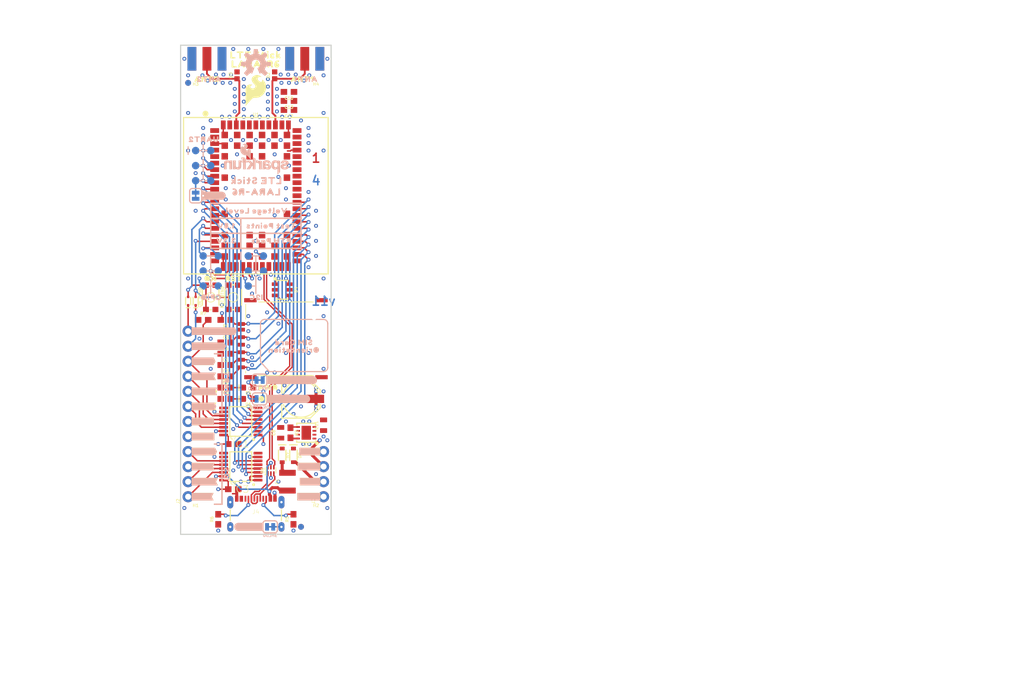
<source format=kicad_pcb>
(kicad_pcb (version 20240108) (generator "pcbnew") (generator_version "8.0")
  (layers (0 "F.Cu" signal) (1 "In1.Cu" signal) (2 "In2.Cu" signal) (31 "B.Cu" signal) (34 "B.Paste" user) (35 "F.Paste" user) (36 "B.SilkS" user "B.Silkscreen") (37 "F.SilkS" user "F.Silkscreen") (38 "B.Mask" user) (39 "F.Mask" user) (44 "Edge.Cuts" user))
  (net 0 "")
  (net 1 "GND")
  (net 2 "3.3V")
  (net 3 "V_USB")
  (net 4 "SHLD")
  (net 5 "N$8")
  (net 6 "N$9")
  (net 7 "USB_N")
  (net 8 "USB_P")
  (net 9 "SCL_18")
  (net 10 "SDA_18")
  (net 11 "ANT1")
  (net 12 "ANT2")
  (net 13 "VSIM")
  (net 14 "SIM_RST")
  (net 15 "SIM_IO")
  (net 16 "SIM_CLK")
  (net 17 "I2S_RXA_33")
  (net 18 "I2S_CLK_33")
  (net 19 "I2S_WA_33")
  (net 20 "SIM_DET")
  (net 21 "~{RESET}")
  (net 22 "5V")
  (net 23 "N$10")
  (net 24 "N$11")
  (net 25 "~{PWR_ON}")
  (net 26 "RXD_18")
  (net 27 "TXD_18")
  (net 28 "EN")
  (net 29 "1.8V")
  (net 30 "CTS_18")
  (net 31 "RTS_18")
  (net 32 "DTR/TXD2_18")
  (net 33 "DCD/RXD2_18")
  (net 34 "RI/CTS2_18")
  (net 35 "DSR/RTS2_18")
  (net 36 "RXD_33")
  (net 37 "TXD_33")
  (net 38 "CTS_33")
  (net 39 "RTS_33")
  (net 40 "IO1_18")
  (net 41 "IO6_18")
  (net 42 "IO2_18")
  (net 43 "IO3_18")
  (net 44 "IO4_18")
  (net 45 "I2S_TXA_33")
  (net 46 "I2S_RXA_18")
  (net 47 "I2S_CLK_18")
  (net 48 "I2S_TXA_18")
  (net 49 "I2S_WA_18")
  (net 50 "N$1")
  (net 51 "N$2")
  (net 52 "N$3")
  (net 53 "N$4")
  (net 54 "N$5")
  (net 55 "N$6")
  (net 56 "VIN")
  (net 57 "N$7")
  (footprint "SparkFun_LTE_Stick_LARA_R6:ANT10" (layer "F.Cu") (at 156.3751 69.4436)
    (property "Reference" "U$29" (hide yes))
    (property "Value" "" (hide yes))
  )
  (footprint "SparkFun_LTE_Stick_LARA_R6:SOT886" (layer "F.Cu") (at 151.0411 135.4836 90)
    (property "Reference" "D1")
    (property "Value" "PRTR5V0U2F")
  )
  (footprint "SparkFun_LTE_Stick_LARA_R6:ON0" (layer "F.Cu") (at 139.1031 103.0986)
    (property "Reference" "U$37" (hide yes))
    (property "Value" "" (hide yes))
  )
  (footprint "SparkFun_LTE_Stick_LARA_R6:STAND-OFF" (layer "F.Cu") (at 158.6611 72.6186)
    (property "Reference" "H4")
    (property "Value" "STAND-OFF")
  )
  (footprint "SparkFun_LTE_Stick_LARA_R6:NANO_SIM_PP" (layer "F.Cu") (at 153.5811 113.2586 90)
    (property "Reference" "J1")
    (property "Value" "NANO_SIM")
  )
  (footprint "SparkFun_LTE_Stick_LARA_R6:0603" (layer "F.Cu") (at 139.6111 110.0836)
    (property "Reference" "R7")
    (property "Value" "100k")
  )
  (footprint "SparkFun_LTE_Stick_LARA_R6:RST0" (layer "F.Cu") (at 144.8181 103.0986)
    (property "Reference" "U$52" (hide yes))
    (property "Value" "" (hide yes))
  )
  (footprint "SparkFun_LTE_Stick_LARA_R6:1210" (layer "F.Cu") (at 153.8351 137.3886 90)
    (property "Reference" "F1")
    (property "Value" "6V/2A")
  )
  (footprint "SparkFun_LTE_Stick_LARA_R6:#_RTS#0" (layer "F.Cu") (at 137.3251 117.0686)
    (property "Reference" "U$18" (hide yes))
    (property "Value" "" (hide yes))
  )
  (footprint "SparkFun_LTE_Stick_LARA_R6:0603" (layer "F.Cu") (at 143.4211 117.7036 180)
    (property "Reference" "C3")
    (property "Value" "47pF")
  )
  (footprint "SparkFun_LTE_Stick_LARA_R6:UDFN-8" (layer "F.Cu") (at 157.0101 129.1336 90)
    (property "Reference" "U2")
    (property "Value" "AP7361C-33")
  )
  (footprint "SparkFun_LTE_Stick_LARA_R6:#_TXD#0" (layer "F.Cu") (at 137.3251 122.1486)
    (property "Reference" "U$41" (hide yes))
    (property "Value" "" (hide yes))
  )
  (footprint "SparkFun_LTE_Stick_LARA_R6:ANT20" (layer "F.Cu") (at 140.2461 69.4436)
    (property "Reference" "U$62" (hide yes))
    (property "Value" "" (hide yes))
  )
  (footprint "SparkFun_LTE_Stick_LARA_R6:0603" (layer "F.Cu") (at 143.4211 113.8936 180)
    (property "Reference" "C4")
    (property "Value" "47pF")
  )
  (footprint "SparkFun_LTE_Stick_LARA_R6:ON0" (layer "F.Cu") (at 148.2471 123.4186)
    (property "Reference" "U$39" (hide yes))
    (property "Value" "" (hide yes))
  )
  (footprint "SparkFun_LTE_Stick_LARA_R6:0603" (layer "F.Cu") (at 143.4211 121.5136)
    (property "Reference" "R3")
    (property "Value" "4.7k")
  )
  (footprint "SparkFun_LTE_Stick_LARA_R6:#3V3_#0" (layer "F.Cu") (at 159.6771 134.8486)
    (property "Reference" "U$12" (hide yes))
    (property "Value" "" (hide yes))
  )
  (footprint "SparkFun_LTE_Stick_LARA_R6:LARA-LGA" (layer "F.Cu") (at 148.5011 89.1286 -90)
    (property "Reference" "U1")
    (property "Value" "LARA-R6401")
  )
  (footprint "SparkFun_LTE_Stick_LARA_R6:#1V8_#0" (layer "F.Cu") (at 159.6771 132.3086)
    (property "Reference" "U$13" (hide yes))
    (property "Value" "" (hide yes))
  )
  (footprint "SparkFun_LTE_Stick_LARA_R6:1X04_NO_SILK" (layer "F.Cu") (at 159.9311 139.9286 90)
    (property "Reference" "J3")
    (property "Value" "")
  )
  (footprint "SparkFun_LTE_Stick_LARA_R6:STAND-OFF" (layer "F.Cu") (at 138.3411 72.6186)
    (property "Reference" "H3")
    (property "Value" "STAND-OFF")
  )
  (footprint "SparkFun_LTE_Stick_LARA_R6:ORDERING_INSTRUCTIONS" (layer "F.Cu") (at 176.4411 95.4786)
    (property "Reference" "U$55" (hide yes))
    (property "Value" "" (hide yes))
  )
  (footprint "SparkFun_LTE_Stick_LARA_R6:#_3V3#0" (layer "F.Cu") (at 137.3251 127.2286)
    (property "Reference" "U$3" (hide yes))
    (property "Value" "" (hide yes))
  )
  (footprint "SparkFun_LTE_Stick_LARA_R6:#_#RST##0" (layer "F.Cu") (at 137.3251 114.5286)
    (property "Reference" "U$33" (hide yes))
    (property "Value" "" (hide yes))
  )
  (footprint "SparkFun_LTE_Stick_LARA_R6:TACTILE_SWITCH_SMD_4.6X2.8MM" (layer "F.Cu") (at 144.6911 106.2736 90)
    (property "Reference" "RST_BTN0")
    (property "Value" "MOMENTARY-SWITCH-SPST-SMD-4.6X2.8MM")
  )
  (footprint "SparkFun_LTE_Stick_LARA_R6:PANASONIC_D" (layer "F.Cu") (at 156.1211 123.4186)
    (property "Reference" "C9")
    (property "Value" "100uF")
  )
  (footprint "SparkFun_LTE_Stick_LARA_R6:USB-C-16P_4LAYER-PADS" (layer "F.Cu") (at 148.5011 139.9286)
    (property "Reference" "J4")
    (property "Value" "")
  )
  (footprint "SparkFun_LTE_Stick_LARA_R6:0603" (layer "F.Cu") (at 144.6911 131.0386)
    (property "Reference" "C7")
    (property "Value" "0.1uF")
  )
  (footprint "SparkFun_LTE_Stick_LARA_R6:SOD-323" (layer "F.Cu") (at 152.9461 132.9436 -90)
    (property "Reference" "D7")
    (property "Value" "3A/10V/280mV")
  )
  (footprint "SparkFun_LTE_Stick_LARA_R6:STAND-OFF" (layer "F.Cu") (at 158.6611 143.7386)
    (property "Reference" "H2")
    (property "Value" "STAND-OFF")
  )
  (footprint "SparkFun_LTE_Stick_LARA_R6:LTE_STICK0" (layer "F.Cu") (at 148.5011 65.3796)
    (property "Reference" "U$1" (hide yes))
    (property "Value" "" (hide yes))
  )
  (footprint "SparkFun_LTE_Stick_LARA_R6:SOD-323" (layer "F.Cu") (at 154.8511 132.9436 -90)
    (property "Reference" "D8")
    (property "Value" "3A/10V/280mV")
  )
  (footprint "SparkFun_LTE_Stick_LARA_R6:0603" (layer "F.Cu") (at 154.8511 143.7386 90)
    (property "Reference" "R5")
    (property "Value" "5.1k")
  )
  (footprint "SparkFun_LTE_Stick_LARA_R6:PWR0" (layer "F.Cu") (at 148.2471 121.5136)
    (property "Reference" "U$28" (hide yes))
    (property "Value" "" (hide yes))
  )
  (footprint "SparkFun_LTE_Stick_LARA_R6:#_RXA#0" (layer "F.Cu") (at 137.3251 132.3086)
    (property "Reference" "U$32" (hide yes))
    (property "Value" "" (hide yes))
  )
  (footprint "SparkFun_LTE_Stick_LARA_R6:SMA-EDGE" (layer "F.Cu") (at 140.2461 66.0146)
    (property "Reference" "E1" (hide yes))
    (property "Value" "ANTENNA-SMA-GROUNDEDEDGE_SMA" (hide yes))
  )
  (footprint "SparkFun_LTE_Stick_LARA_R6:LARA#R60" (layer "F.Cu") (at 148.5011 66.9036)
    (property "Reference" "U$31" (hide yes))
    (property "Value" "" (hide yes))
  )
  (footprint "SparkFun_LTE_Stick_LARA_R6:0603" (layer "F.Cu") (at 143.4211 110.0836 180)
    (property "Reference" "R1")
    (property "Value" "100k")
  )
  (footprint "SparkFun_LTE_Stick_LARA_R6:SOD-523" (layer "F.Cu") (at 138.3411 106.9086 -90)
    (property "Reference" "D10" (hide yes))
    (property "Value" "120mA/40V/370mV" (hide yes))
  )
  (footprint "SparkFun_LTE_Stick_LARA_R6:#VIN_#0" (layer "F.Cu") (at 159.6771 137.3886)
    (property "Reference" "U$11" (hide yes))
    (property "Value" "" (hide yes))
  )
  (footprint "SparkFun_LTE_Stick_LARA_R6:#_RXD#0" (layer "F.Cu") (at 137.3251 124.6886)
    (property "Reference" "U$42" (hide yes))
    (property "Value" "" (hide yes))
  )
  (footprint "SparkFun_LTE_Stick_LARA_R6:SFE_LOGO_FLAME_.2" (layer "F.Cu") (at 148.5011 71.3486)
    (property "Reference" "U$2" (hide yes))
    (property "Value" "" (hide yes))
  )
  (footprint "SparkFun_LTE_Stick_LARA_R6:0603" (layer "F.Cu") (at 143.4211 123.4186)
    (property "Reference" "R4")
    (property "Value" "220")
  )
  (footprint "SparkFun_LTE_Stick_LARA_R6:0402" (layer "F.Cu") (at 151.6761 68.8086 90)
    (property "Reference" "D2")
    (property "Value" "PESD0402-0402")
  )
  (footprint "SparkFun_LTE_Stick_LARA_R6:#_CLK#0" (layer "F.Cu") (at 137.3251 134.8486)
    (property "Reference" "U$21" (hide yes))
    (property "Value" "" (hide yes))
  )
  (footprint "SparkFun_LTE_Stick_LARA_R6:#_#ON##0" (layer "F.Cu") (at 137.3251 111.9886)
    (property "Reference" "U$59" (hide yes))
    (property "Value" "" (hide yes))
  )
  (footprint "SparkFun_LTE_Stick_LARA_R6:0805" (layer "F.Cu") (at 159.9311 127.8636 90)
    (property "Reference" "C11")
    (property "Value" "10uF")
  )
  (footprint "SparkFun_LTE_Stick_LARA_R6:LED-0603" (layer "F.Cu") (at 147.2311 123.4186 180)
    (property "Reference" "D6")
    (property "Value" "Red")
  )
  (footprint "SparkFun_LTE_Stick_LARA_R6:0603" (layer "F.Cu") (at 144.6911 138.6586)
    (property "Reference" "C6")
    (property "Value" "0.1uF")
  )
  (footprint "SparkFun_LTE_Stick_LARA_R6:LED-0603" (layer "F.Cu") (at 147.2311 121.5136 180)
    (property "Reference" "D5")
    (property "Value" "Red")
  )
  (footprint "SparkFun_LTE_Stick_LARA_R6:TACTILE_SWITCH_SMD_4.6X2.8MM" (layer "F.Cu") (at 140.8811 106.2736 90)
    (property "Reference" "ON_BTN0")
    (property "Value" "MOMENTARY-SWITCH-SPST-SMD-4.6X2.8MM")
  )
  (footprint "SparkFun_LTE_Stick_LARA_R6:0603" (layer "F.Cu") (at 154.0891 71.6026 180)
    (property "Reference" "C10")
    (property "Value" "0.1uF")
  )
  (footprint "SparkFun_LTE_Stick_LARA_R6:SOT23-6L" (layer "F.Cu") (at 152.9461 105.0036 -90)
    (property "Reference" "D4")
    (property "Value" "DT1042-04SO-7")
  )
  (footprint "SparkFun_LTE_Stick_LARA_R6:SMA-EDGE" (layer "F.Cu") (at 156.7561 66.0146)
    (property "Reference" "E2" (hide yes))
    (property "Value" "ANTENNA-SMA-GROUNDEDEDGE_SMA" (hide yes))
  )
  (footprint "SparkFun_LTE_Stick_LARA_R6:0603" (layer "F.Cu") (at 143.4211 111.9886 180)
    (property "Reference" "C5")
    (property "Value" "0.1uF")
  )
  (footprint "SparkFun_LTE_Stick_LARA_R6:CREATIVE_COMMONS" (layer "F.Cu") (at 125.6411 171.6786)
    (property "Reference" "FRAME1" (hide yes))
    (property "Value" "FRAME-LEDGER" (hide yes))
  )
  (footprint "SparkFun_LTE_Stick_LARA_R6:0402" (layer "F.Cu") (at 145.3261 68.8086 90)
    (property "Reference" "D3")
    (property "Value" "PESD0402-0402")
  )
  (footprint "SparkFun_LTE_Stick_LARA_R6:FIDUCIAL-1X2" (layer "F.Cu") (at 137.0711 70.0786)
    (property "Reference" "FD1" (hide yes))
    (property "Value" "FIDUCIAL1X2" (hide yes))
  )
  (footprint "SparkFun_LTE_Stick_LARA_R6:0603" (layer "F.Cu") (at 143.4211 115.7986 180)
    (property "Reference" "C1")
    (property "Value" "47pF")
  )
  (footprint "SparkFun_LTE_Stick_LARA_R6:0805" (layer "F.Cu") (at 152.6921 129.1336 90)
    (property "Reference" "C8")
    (property "Value" "10uF")
  )
  (footprint "SparkFun_LTE_Stick_LARA_R6:1X12_NO_SILK" (layer "F.Cu") (at 137.0711 139.9286 90)
    (property "Reference" "J2")
    (property "Value" "")
  )
  (footprint "SparkFun_LTE_Stick_LARA_R6:#_TXA#0" (layer "F.Cu") (at 137.3251 137.3886)
    (property "Reference" "U$40" (hide yes))
    (property "Value" "" (hide yes))
  )
  (footprint "SparkFun_LTE_Stick_LARA_R6:0603" (layer "F.Cu") (at 154.0891 73.1266 180)
    (property "Reference" "C13")
    (property "Value" "68pF")
  )
  (footprint "SparkFun_LTE_Stick_LARA_R6:0603" (layer "F.Cu") (at 142.1511 143.7386 90)
    (property "Reference" "R6")
    (property "Value" "5.1k")
  )
  (footprint "SparkFun_LTE_Stick_LARA_R6:#_GND#0" (layer "F.Cu") (at 137.3251 129.7686)
    (property "Reference" "U$4" (hide yes))
    (property "Value" "" (hide yes))
  )
  (footprint "SparkFun_LTE_Stick_LARA_R6:SOD-523" (layer "F.Cu") (at 137.0711 106.9086 -90)
    (property "Reference" "D9" (hide yes))
    (property "Value" "120mA/40V/370mV" (hide yes))
  )
  (footprint "SparkFun_LTE_Stick_LARA_R6:0603" (layer "F.Cu") (at 143.4211 119.6086 180)
    (property "Reference" "C2")
    (property "Value" "47pF")
  )
  (footprint "SparkFun_LTE_Stick_LARA_R6:#GND_#0" (layer "F.Cu") (at 159.6771 139.9286)
    (property "Reference" "U$7" (hide yes))
    (property "Value" "" (hide yes))
  )
  (footprint "SparkFun_LTE_Stick_LARA_R6:STAND-OFF" (layer "F.Cu") (at 138.3411 143.7386)
    (property "Reference" "H1")
    (property "Value" "STAND-OFF")
  )
  (footprint "SparkFun_LTE_Stick_LARA_R6:SOP65P640X120-16N" (layer "F.Cu") (at 145.9611 134.8486 180)
    (property "Reference" "IC3")
    (property "Value" "SN74AVC4T774PW")
  )
  (footprint "SparkFun_LTE_Stick_LARA_R6:#_CTS#0" (layer "F.Cu") (at 137.3251 119.6086)
    (property "Reference" "U$17" (hide yes))
    (property "Value" "" (hide yes))
  )
  (footprint "SparkFun_LTE_Stick_LARA_R6:#_WA#0" (layer "F.Cu") (at 137.3251 139.9286)
    (property "Reference" "U$22" (hide yes))
    (property "Value" "" (hide yes))
  )
  (footprint "SparkFun_LTE_Stick_LARA_R6:0603" (layer "F.Cu") (at 154.0891 74.6506 180)
    (property "Reference" "C12")
    (property "Value" "15pF")
  )
  (footprint "SparkFun_LTE_Stick_LARA_R6:0603" (layer "F.Cu") (at 154.3431 129.1336 -90)
    (property "Reference" "R2")
    (property "Value" "100k")
  )
  (footprint "SparkFun_LTE_Stick_LARA_R6:SOP65P640X120-16N" (layer "F.Cu") (at 145.9611 127.2286 180)
    (property "Reference" "IC1")
    (property "Value" "SN74AVC4T774PW")
  )
  (footprint "SparkFun_LTE_Stick_LARA_R6:FIDUCIAL-1X2" (layer "F.Cu") (at 156.1211 145.0086)
    (property "Reference" "FD3" (hide yes))
    (property "Value" "FIDUCIAL1X2" (hide yes))
  )
  (footprint "SparkFun_LTE_Stick_LARA_R6:VOLTAGE_LEVEL0" (layer "B.Cu") (at 148.5011 91.6686 180)
    (property "Reference" "U$27" (hide yes))
    (property "Value" "" (hide yes))
  )
  (footprint "SparkFun_LTE_Stick_LARA_R6:#RXA_#0" (layer "B.Cu") (at 137.3251 132.3086 180)
    (property "Reference" "U$23" (hide yes))
    (property "Value" "" (hide yes))
  )
  (footprint "SparkFun_LTE_Stick_LARA_R6:#SHLD#0" (layer "B.Cu") (at 150.0251 145.0086 180)
    (property "Reference" "U$6" (hide yes))
    (property "Value" "" (hide yes))
  )
  (footprint "SparkFun_LTE_Stick_LARA_R6:##RESET#_#0" (layer "B.Cu") (at 137.3251 114.5286 180)
    (property "Reference" "U$47" (hide yes))
    (property "Value" "" (hide yes))
  )
  (footprint "SparkFun_LTE_Stick_LARA_R6:PAD.03X.05" (layer "B.Cu") (at 142.1511 101.8286 180)
    (property "Reference" "TP12" (hide yes))
    (property "Value" "TEST-POINT3X5" (hide yes))
  )
  (footprint "SparkFun_LTE_Stick_LARA_R6:PAD.03X.05" (layer "B.Cu") (at 147.2311 104.3686 180)
    (property "Reference" "TP17" (hide yes))
    (property "Value" "TEST-POINT3X5" (hide yes))
  )
  (footprint "SparkFun_LTE_Stick_LARA_R6:#DTR#0" (layer "B.Cu") (at 138.9761 89.1286 180)
    (property "Reference" "U$10" (hide yes))
    (property "Value" "" (hide yes))
  )
  (footprint "SparkFun_LTE_Stick_LARA_R6:PAD.03X.05" (layer "B.Cu") (at 138.3411 81.5086)
    (property "Reference" "TP10" (hide yes))
    (property "Value" "TEST-POINT3X5" (hide yes))
  )
  (footprint "SparkFun_LTE_Stick_LARA_R6:#_3V3#0" (layer "B.Cu") (at 159.6771 134.8486 180)
    (property "Reference" "U$15" (hide yes))
    (property "Value" "" (hide yes))
  )
  (footprint "SparkFun_LTE_Stick_LARA_R6:#ON_LED#0" (layer "B.Cu") (at 150.0251 123.4186 180)
    (property "Reference" "U$53" (hide yes))
    (property "Value" "" (hide yes))
  )
  (footprint "SparkFun_LTE_Stick_LARA_R6:I2S0" (layer "B.Cu") (at 143.5481 135.9916 90)
    (property "Reference" "U$49" (hide yes))
    (property "Value" "" (hide yes))
  )
  (footprint "SparkFun_LTE_Stick_LARA_R6:ORIENTATION0" (layer "B.Cu") (at 154.8511 115.1636 180)
    (property "Reference" "U$51" (hide yes))
    (property "Value" "" (hide yes))
  )
  (footprint "SparkFun_LTE_Stick_LARA_R6:PAD.03X.05" (layer "B.Cu") (at 147.2311 101.8286)
    (property "Reference" "TP1" (hide yes))
    (property "Value" "TEST-POINT3X5" (hide yes))
  )
  (footprint "SparkFun_LTE_Stick_LARA_R6:PAD.03X.05" (layer "B.Cu") (at 139.6111 104.3686 180)
    (property "Reference" "TP15" (hide yes))
    (property "Value" "TEST-POINT3X5" (hide yes))
  )
  (footprint "SparkFun_LTE_Stick_LARA_R6:FIDUCIAL-1X2" (layer "B.Cu") (at 156.1211 145.0086 180)
    (property "Reference" "FD4" (hide yes))
    (property "Value" "FIDUCIAL1X2" (hide yes))
  )
  (footprint "SparkFun_LTE_Stick_LARA_R6:PAD.03X.05" (layer "B.Cu") (at 140.8811 81.5086)
    (property "Reference" "TP9" (hide yes))
    (property "Value" "TEST-POINT3X5" (hide yes))
  )
  (footprint "SparkFun_LTE_Stick_LARA_R6:PAD.03X.05" (layer "B.Cu") (at 142.1511 104.3686 180)
    (property "Reference" "TP16" (hide yes))
    (property "Value" "TEST-POINT3X5" (hide yes))
  )
  (footprint "SparkFun_LTE_Stick_LARA_R6:PAD.03X.05" (layer "B.Cu") (at 140.8811 86.5886)
    (property "Reference" "TP7" (hide yes))
    (property "Value" "TEST-POINT3X5" (hide yes))
  )
  (footprint "SparkFun_LTE_Stick_LARA_R6:UART20" (layer "B.Cu") (at 139.6111 79.6036 180)
    (property "Reference" "U$56" (hide yes))
    (property "Value" "" (hide yes))
  )
  (footprint "SparkFun_LTE_Stick_LARA_R6:GPIO0" (layer "B.Cu") (at 140.8811 106.2736 180)
    (property "Reference" "U$57" (hide yes))
    (property "Value" "" (hide yes))
  )
  (footprint "SparkFun_LTE_Stick_LARA_R6:PAD.03X.05" (layer "B.Cu") (at 138.3411 84.0486)
    (property "Reference" "TP6" (hide yes))
    (property "Value" "TEST-POINT3X5" (hide yes))
  )
  (footprint "SparkFun_LTE_Stick_LARA_R6:SMT-JUMPER_2_NC_TRACE_SILK" (layer "B.Cu") (at 149.1361 120.2436)
    (property "Reference" "PWR_LED0")
    (property "Value" "JUMPER-SMT_2_NC_TRACE_SILK")
  )
  (footprint "SparkFun_LTE_Stick_LARA_R6:#GND_#0" (layer "B.Cu") (at 137.3251 129.7686 180)
    (property "Reference" "U$8" (hide yes))
    (property "Value" "" (hide yes))
  )
  (footprint "SparkFun_LTE_Stick_LARA_R6:#_VIN#0" (layer "B.Cu") (at 159.6771 137.3886 180)
    (property "Reference" "U$16" (hide yes))
    (property "Value" "" (hide yes))
  )
  (footprint "SparkFun_LTE_Stick_LARA_R6:#PWR_LED#0" (layer "B.Cu") (at 150.0251 120.2436 180)
    (property "Reference" "U$60" (hide yes))
    (property "Value" "" (hide yes))
  )
  (footprint "SparkFun_LTE_Stick_LARA_R6:SMT-JUMPER_2_NC_TRACE_SILK" (layer "B.Cu") (at 149.1361 123.4186)
    (property "Reference" "ON_LED0")
    (property "Value" "JUMPER-SMT_2_NC_TRACE_SILK")
  )
  (footprint "SparkFun_LTE_Stick_LARA_R6:1#8V0" (layer "B.Cu") (at 143.4211 94.2086 180)
    (property "Reference" "U$50" (hide yes))
    (property "Value" "" (hide yes))
  )
  (footprint "SparkFun_LTE_Stick_LARA_R6:LARA#R60" (layer "B.Cu") (at 148.5011 88.4936 180)
    (property "Reference" "U$35" (hide yes))
    (property "Value" "" (hide yes))
  )
  (footprint "SparkFun_LTE_Stick_LARA_R6:OSHW-LOGO-M" (layer "B.Cu") (at 148.5011 66.9036 180)
    (property "Reference" "LOGO2" (hide yes))
    (property "Value" "OSHW-LOGOM" (hide yes))
  )
  (footprint "SparkFun_LTE_Stick_LARA_R6:#CLK_#0" (layer "B.Cu") (at 137.3251 134.8486 180)
    (property "Reference" "U$43" (hide yes))
    (property "Value" "" (hide yes))
  )
  (footprint "SparkFun_LTE_Stick_LARA_R6:SMT-JUMPER_2_NC_TRACE_SILK" (layer "B.Cu") (at 138.3411 89.1286 90)
    (property "Reference" "DTR0")
    (property "Value" "JUMPER-SMT_2_NC_TRACE_SILK")
  )
  (footprint "SparkFun_LTE_Stick_LARA_R6:3#3V0" (layer "B.Cu") (at 143.4211 96.7486 180)
    (property "Reference" "U$54" (hide yes))
    (property "Value" "" (hide yes))
  )
  (footprint "SparkFun_LTE_Stick_LARA_R6:PAD.03X.05" (layer "B.Cu") (at 142.1511 99.2886 180)
    (property "Reference" "TP14" (hide yes))
    (property "Value" "TEST-POINT3X5" (hide yes))
  )
  (footprint "SparkFun_LTE_Stick_LARA_R6:PTH_PADS0" (layer "B.Cu") (at 151.0411 96.7486 180)
    (property "Reference" "U$34" (hide yes))
    (property "Value" "" (hide yes))
  )
  (footprint "SparkFun_LTE_Stick_LARA_R6:PAD.03X.05" (layer "B.Cu") (at 138.3411 86.5886)
    (property "Reference" "TP8" (hide yes))
    (property "Value" "TEST-POINT3X5" (hide yes))
  )
  (footprint "SparkFun_LTE_Stick_LARA_R6:#RXD_#0" (layer "B.Cu") (at 137.3251 124.6886 180)
    (property "Reference" "U$19" (hide yes))
    (property "Value" "" (hide yes))
  )
  (footprint "SparkFun_LTE_Stick_LARA_R6:PAD.03X.05" (layer "B.Cu") (at 139.6111 101.8286 180)
    (property "Reference" "TP13" (hide yes))
    (property "Value" "TEST-POINT3X5" (hide yes))
  )
  (footprint "SparkFun_LTE_Stick_LARA_R6:ANT20" (layer "B.Cu") (at 140.5001 69.4436 180)
    (property "Reference" "U$61" (hide yes))
    (property "Value" "" (hide yes))
  )
  (footprint "SparkFun_LTE_Stick_LARA_R6:PAD.03X.05" (layer "B.Cu") (at 149.7711 101.8286)
    (property "Reference" "TP2" (hide yes))
    (property "Value" "TEST-POINT3X5" (hide yes))
  )
  (footprint "SparkFun_LTE_Stick_LARA_R6:#_1V8#0" (layer "B.Cu") (at 159.6771 132.3086 180)
    (property "Reference" "U$14" (hide yes))
    (property "Value" "" (hide yes))
  )
  (footprint "SparkFun_LTE_Stick_LARA_R6:##PWR_ON#_#0" (layer "B.Cu") (at 137.3251 111.9886 180)
    (property "Reference" "U$38" (hide yes))
    (property "Value" "" (hide yes))
  )
  (footprint "SparkFun_LTE_Stick_LARA_R6:FIDUCIAL-1X2" (layer "B.Cu") (at 137.0711 70.0786 180)
    (property "Reference" "FD2" (hide yes))
    (property "Value" "FIDUCIAL1X2" (hide yes))
  )
  (footprint "SparkFun_LTE_Stick_LARA_R6:LTE_STICK0" (layer "B.Cu") (at 148.5011 86.5886 180)
    (property "Reference" "U$25" (hide yes))
    (property "Value" "" (hide yes))
  )
  (footprint "SparkFun_LTE_Stick_LARA_R6:ANT10" (layer "B.Cu") (at 156.8831 69.4436 180)
    (property "Reference" "U$36" (hide yes))
    (property "Value" "" (hide yes))
  )
  (footprint "SparkFun_LTE_Stick_LARA_R6:PAD.03X.05" (layer "B.Cu") (at 147.2311 99.2886)
    (property "Reference" "TP4" (hide yes))
    (property "Value" "TEST-POINT3X5" (hide yes))
  )
  (footprint "SparkFun_LTE_Stick_LARA_R6:#TXA_#0" (layer "B.Cu") (at 137.3251 137.3886 180)
    (property "Reference" "U$24" (hide yes))
    (property "Value" "" (hide yes))
  )
  (footprint "SparkFun_LTE_Stick_LARA_R6:SFE_LOGO_NAME_FLAME_.1" (layer "B.Cu") (at 148.5011 84.0486 180)
    (property "Reference" "LOGO1" (hide yes))
    (property "Value" "SFE_LOGO_NAME_FLAME.1_INCH" (hide yes))
  )
  (footprint "SparkFun_LTE_Stick_LARA_R6:#3V3_#0" (layer "B.Cu") (at 137.3251 127.2286 180)
    (property "Reference" "U$9" (hide yes))
    (property "Value" "" (hide yes))
  )
  (footprint "SparkFun_LTE_Stick_LARA_R6:#CTS_#0" (layer "B.Cu") (at 137.3251 119.6086 180)
    (property "Reference" "U$46" (hide yes))
    (property "Value" "" (hide yes))
  )
  (footprint "SparkFun_LTE_Stick_LARA_R6:UART0" (layer "B.Cu") (at 143.5481 120.7516 90)
    (property "Reference" "U$48" (hide yes))
    (property "Value" "" (hide yes))
  )
  (footprint "SparkFun_LTE_Stick_LARA_R6:PAD.03X.05" (layer "B.Cu") (at 139.6111 99.2886 180)
    (property "Reference" "TP11" (hide yes))
    (property "Value" "TEST-POINT3X5" (hide yes))
  )
  (footprint "SparkFun_LTE_Stick_LARA_R6:#TXD_#0" (layer "B.Cu") (at 137.3251 122.1486 180)
    (property "Reference" "U$20" (hide yes))
    (property "Value" "" (hide yes))
  )
  (footprint "SparkFun_LTE_Stick_LARA_R6:#_GND#0" (layer "B.Cu") (at 159.6771 139.9286 180)
    (property "Reference" "U$5" (hide yes))
    (property "Value" "" (hide yes))
  )
  (footprint "SparkFun_LTE_Stick_LARA_R6:SIM_CARD0" (layer "B.Cu") (at 154.8511 113.8936 180)
    (property "Reference" "U$26" (hide yes))
    (property "Value" "" (hide yes))
  )
  (footprint "SparkFun_LTE_Stick_LARA_R6:#WA_#0" (layer "B.Cu") (at 137.3251 139.9286 180)
    (property "Reference" "U$44" (hide yes))
    (property "Value" "" (hide yes))
  )
  (footprint "SparkFun_LTE_Stick_LARA_R6:SMT-JUMPER_2_NC_TRACE_SILK" (layer "B.Cu") (at 150.9141 145.0086)
    (property "Reference" "SHLD0")
    (property "Value" "JUMPER-SMT_2_NC_TRACE_SILK")
  )
  (footprint "SparkFun_LTE_Stick_LARA_R6:PAD.03X.05" (layer "B.Cu") (at 149.7711 99.2886)
    (property "Reference" "TP3" (hide yes))
    (property "Value" "TEST-POINT3X5" (hide yes))
  )
  (footprint "SparkFun_LTE_Stick_LARA_R6:#RTS_#0" (layer "B.Cu") (at 137.3251 117.0686 180)
    (property "Reference" "U$45" (hide yes))
    (property "Value" "" (hide yes))
  )
  (footprint "SparkFun_LTE_Stick_LARA_R6:TEST_POINTS0" (layer "B.Cu") (at 151.0411 94.2086 180)
    (property "Reference" "U$30" (hide yes))
    (property "Value" "" (hide yes))
  )
  (footprint "SparkFun_LTE_Stick_LARA_R6:I2C0" (layer "B.Cu") (at 148.5011 106.2736 180)
    (property "Reference" "U$58" (hide yes))
    (property "Value" "" (hide yes))
  )
  (footprint "SparkFun_LTE_Stick_LARA_R6:PAD.03X.05" (layer "B.Cu") (at 140.8811 84.0486)
    (property "Reference" "TP5" (hide yes))
    (property "Value" "TEST-POINT3X5" (hide yes))
  )
  (gr_line (start 145.9611 92.9386) (end 145.9611 95.4786) (stroke (width 0.254)) (layer "B.SilkS"))
  (gr_line (start 156.1211 92.9386) (end 156.1211 95.4786) (stroke (width 0.254)) (layer "B.SilkS"))
  (gr_line (start 140.8811 90.3986) (end 156.1211 90.3986) (stroke (width 0.254)) (layer "B.SilkS"))
  (gr_line (start 148.5011 104.3686) (end 147.8661 104.3686) (stroke (width 0.2032)) (layer "B.SilkS"))
  (gr_line (start 148.5011 104.3686) (end 148.5011 99.2886) (stroke (width 0.2032)) (layer "B.SilkS"))
  (gr_line (start 142.7861 125.9586) (end 141.5161 125.9586) (stroke (width 0.254)) (layer "B.SilkS"))
  (gr_line (start 138.9761 84.0486) (end 140.2461 84.0486) (stroke (width 0.2032)) (layer "B.SilkS"))
  (gr_line (start 145.9611 98.6536) (end 145.9611 99.9236) (stroke (width 0.2032)) (layer "B.SilkS"))
  (gr_line (start 141.5161 131.0386) (end 142.7861 131.0386) (stroke (width 0.254)) (layer "B.SilkS"))
  (gr_line (start 149.2811 110.6976) (end 149.2811 116.9086) (stroke (width 0.2032)) (layer "B.SilkS"))
  (gr_line (start 142.7861 131.0386) (end 142.7861 141.1986) (stroke (width 0.254)) (layer "B.SilkS"))
  (gr_line (start 140.8811 105.6386) (end 140.8811 99.2886) (stroke (width 0.2032)) (layer "B.SilkS"))
  (gr_line (start 145.9611 98.0186) (end 140.8811 98.0186) (stroke (width 0.254)) (layer "B.SilkS"))
  (gr_arc (start 149.3811 117.2586) (mid 149.300986 117.092204) (end 149.2811 116.9086) (stroke (width 0.2032)) (layer "B.SilkS"))
  (gr_line (start 145.9611 95.4786) (end 145.9611 98.0186) (stroke (width 0.254)) (layer "B.SilkS"))
  (gr_line (start 159.9421 110.0086) (end 149.9811 110.0086) (stroke (width 0.2032)) (layer "B.SilkS"))
  (gr_arc (start 159.942099 110.0086) (mid 160.431619 110.215859) (end 160.6311 110.7086) (stroke (width 0.2032)) (layer "B.SilkS"))
  (gr_line (start 143.4211 103.7336) (end 143.4211 105.0036) (stroke (width 0.2032)) (layer "B.SilkS"))
  (gr_line (start 140.2461 101.8286) (end 141.5161 101.8286) (stroke (width 0.2032)) (layer "B.SilkS"))
  (gr_line (start 140.2461 99.2886) (end 141.5161 99.2886) (stroke (width 0.2032)) (layer "B.SilkS"))
  (gr_line (start 139.6111 80.2386) (end 139.6111 86.5886) (stroke (width 0.2032)) (layer "B.SilkS"))
  (gr_line (start 140.8811 95.4786) (end 140.8811 92.9386) (stroke (width 0.254)) (layer "B.SilkS"))
  (gr_arc (start 150.931099 118.8086) (mid 150.763697 118.768405) (end 150.6311 118.6586) (stroke (width 0.2032)) (layer "B.SilkS"))
  (gr_arc (start 149.281099 110.6976) (mid 149.488359 110.208081) (end 149.9811 110.0086) (stroke (width 0.2032)) (layer "B.SilkS"))
  (gr_line (start 142.7861 141.1986) (end 141.5161 141.1986) (stroke (width 0.254)) (layer "B.SilkS"))
  (gr_line (start 147.8661 101.8286) (end 149.1361 101.8286) (stroke (width 0.2032)) (layer "B.SilkS"))
  (gr_line (start 150.9311 118.8086) (end 159.9311 118.8086) (stroke (width 0.2032)) (layer "B.SilkS"))
  (gr_line (start 145.9611 95.4786) (end 140.8811 95.4786) (stroke (width 0.254)) (layer "B.SilkS"))
  (gr_line (start 141.5161 115.7986) (end 142.7861 115.7986) (stroke (width 0.254)) (layer "B.SilkS"))
  (gr_line (start 160.6311 118.1196) (end 160.6311 110.7086) (stroke (width 0.2032)) (layer "B.SilkS"))
  (gr_line (start 140.8811 92.9386) (end 140.8811 90.3986) (stroke (width 0.254)) (layer "B.SilkS"))
  (gr_line (start 156.1211 95.4786) (end 156.1211 98.0186) (stroke (width 0.254)) (layer "B.SilkS"))
  (gr_line (start 138.9761 86.5886) (end 140.2461 86.5886) (stroke (width 0.2032)) (layer "B.SilkS"))
  (gr_line (start 145.9611 92.9386) (end 140.8811 92.9386) (stroke (width 0.254)) (layer "B.SilkS"))
  (gr_line (start 156.1211 98.0186) (end 145.9611 98.0186) (stroke (width 0.254)) (layer "B.SilkS"))
  (gr_line (start 156.1211 95.4786) (end 145.9611 95.4786) (stroke (width 0.254)) (layer "B.SilkS"))
  (gr_line (start 156.1211 92.9386) (end 145.9611 92.9386) (stroke (width 0.254)) (layer "B.SilkS"))
  (gr_line (start 148.5011 105.6386) (end 148.5011 104.3686) (stroke (width 0.2032)) (layer "B.SilkS"))
  (gr_line (start 138.9761 81.5086) (end 140.2461 81.5086) (stroke (width 0.2032)) (layer "B.SilkS"))
  (gr_line (start 140.2461 104.3686) (end 141.5161 104.3686) (stroke (width 0.2032)) (layer "B.SilkS"))
  (gr_line (start 156.1211 90.3986) (end 156.1211 92.9386) (stroke (width 0.254)) (layer "B.SilkS"))
  (gr_arc (start 160.631099 118.1196) (mid 160.42384 118.609119) (end 159.9311 118.8086) (stroke (width 0.2032)) (layer "B.SilkS"))
  (gr_line (start 150.6311 118.6586) (end 149.3811 117.2586) (stroke (width 0.2032)) (layer "B.SilkS"))
  (gr_line (start 140.8811 98.0186) (end 140.8811 95.4786) (stroke (width 0.254)) (layer "B.SilkS"))
  (gr_line (start 142.7861 115.7986) (end 142.7861 125.9586) (stroke (width 0.254)) (layer "B.SilkS"))
  (gr_line (start 147.8661 99.2886) (end 149.1361 99.2886) (stroke (width 0.2032)) (layer "B.SilkS"))
  (gr_line (start 137.0711 80.8736) (end 137.0711 82.1436) (stroke (width 0.2032)) (layer "B.SilkS"))
  (gr_line (start 161.2011 146.2786) (end 161.2011 63.7286) (stroke (width 0.2032)) (layer "Edge.Cuts"))
  (gr_line (start 135.8011 63.7286) (end 135.8011 146.2786) (stroke (width 0.2032)) (layer "Edge.Cuts"))
  (gr_line (start 161.2011 63.7286) (end 135.8011 63.7286) (stroke (width 0.2032)) (layer "Edge.Cuts"))
  (gr_line (start 135.8011 146.2786) (end 161.2011 146.2786) (stroke (width 0.2032)) (layer "Edge.Cuts"))
  (gr_text "1" (at 158.6611 82.7786 0) (layer "F.Cu") (effects (font (size 1.5113 1.5113) (thickness 0.2667))))
  (gr_text "v11" (at 159.9311 106.9086 0) (layer "B.Cu") (effects (font (size 1.5113 1.5113) (thickness 0.2667)) (justify mirror)))
  (gr_text "4" (at 158.6611 86.5886 0) (layer "B.Cu") (effects (font (size 1.5113 1.5113) (thickness 0.2667))))
  (segment (start 143.2511 92.1786) (end 143.0011 92.4286) (width 0.254) (layer "F.Cu") (net 1))
  (segment (start 145.2761 140.2686) (end 145.2761 138.9236) (width 0.508) (layer "F.Cu") (net 1))
  (segment (start 143.0011 78.6286) (end 143.0011 77.1786) (width 0.254) (layer "F.Cu") (net 1))
  (segment (start 141.5511 99.0286) (end 142.9011 99.0286) (width 0.254) (layer "F.Cu") (net 1))
  (segment (start 143.2511 80.6786) (end 142.9011 80.3286) (width 0.254) (layer "F.Cu") (net 1))
  (segment (start 154.3431 81.5721) (end 153.8351 81.5721) (width 0.254) (layer "F.Cu") (net 1))
  (segment (start 155.4511 81.4286) (end 154.4866 81.4286) (width 0.254) (layer "F.Cu") (net 1))
  (segment (start 142.9011 99.0286) (end 143.2511 99.3786) (width 0.254) (layer "F.Cu") (net 1))
  (segment (start 151.7261 140.2686) (end 151.7261 139.3182) (width 0.508) (layer "F.Cu") (net 1))
  (segment (start 154.0011 101.0786) (end 154.0011 99.6286) (width 0.254) (layer "F.Cu") (net 1))
  (segment (start 154.0011 78.6286) (end 154.0011 77.1786) (width 0.254) (layer "F.Cu") (net 1))
  (segment (start 141.5511 92.4286) (end 143.0011 92.4286) (width 0.254) (layer "F.Cu") (net 1))
  (segment (start 143.2511 78.8786) (end 143.0011 78.6286) (width 0.254) (layer "F.Cu") (net 1))
  (segment (start 143.0011 99.6286) (end 143.2511 99.3786) (width 0.254) (layer "F.Cu") (net 1))
  (segment (start 145.2871 139.4206) (end 144.5641 139.4206) (width 0.254) (layer "F.Cu") (net 1))
  (segment (start 154.4866 81.4286) (end 154.3431 81.5721) (width 0.254) (layer "F.Cu") (net 1))
  (segment (start 151.7261 139.3182) (end 151.6507 139.2428) (width 0.508) (layer "F.Cu") (net 1))
  (segment (start 145.2761 138.9236) (end 145.5411 138.6586) (width 0.508) (layer "F.Cu") (net 1))
  (segment (start 143.0011 101.0786) (end 143.0011 99.6286) (width 0.254) (layer "F.Cu") (net 1))
  (segment (start 151.0411 135.9136) (end 151.0411 136.7536) (width 0.239268) (layer "F.Cu") (net 1))
  (segment (start 153.7511 78.8786) (end 154.0011 78.6286) (width 0.254) (layer "F.Cu") (net 1))
  (segment (start 142.9011 80.3286) (end 141.5511 80.3286) (width 0.254) (layer "F.Cu") (net 1))
  (segment (start 154.0011 99.6286) (end 153.7511 99.3786) (width 0.254) (layer "F.Cu") (net 1))
  (via (at 145.3261 92.4306) (size 0.6604) (drill 0.3048) (layers "F.Cu" "B.Cu") (net 1))
  (via (at 159.9311 122.1486) (size 0.6604) (drill 0.3048) (layers "F.Cu" "B.Cu") (net 1))
  (via (at 146.4691 71.9836) (size 0.6604) (drill 0.3048) (layers "F.Cu" "B.Cu") (net 1))
  (via (at 150.5331 69.4436) (size 0.6604) (drill 0.3048) (layers "F.Cu" "B.Cu") (net 1))
  (via (at 152.3111 122.1486) (size 0.6604) (drill 0.3048) (layers "F.Cu" "B.Cu") (net 1))
  (via (at 159.9311 124.6886) (size 0.6604) (drill 0.3048) (layers "F.Cu" "B.Cu") (net 1))
  (via (at 147.8661 75.7936) (size 0.6604) (drill 0.3048) (layers "F.Cu" "B.Cu") (net 1))
  (via (at 151.6507 139.2428) (size 0.6604) (drill 0.3048) (layers "F.Cu" "B.Cu") (net 1))
  (via (at 144.0561 75.7936) (size 0.6604) (drill 0.3048) (layers "F.Cu" "B.Cu") (net 1))
  (via (at 144.9451 73.6346) (size 0.6604) (drill 0.3048) (layers "F.Cu" "B.Cu") (net 1))
  (via (at 146.4691 70.7136) (size 0.6604) (drill 0.3048) (layers "F.Cu" "B.Cu") (net 1))
  (via (at 147.2311 64.3636) (size 0.6604) (drill 0.3048) (layers "F.Cu" "B.Cu") (net 1))
  (via (at 141.5161 125.5776) (size 0.6604) (drill 0.3048) (layers "F.Cu" "B.Cu") (net 1))
  (via (at 146.4691 74.5236) (size 0.6604) (drill 0.3048) (layers "F.Cu" "B.Cu") (net 1))
  (via (at 144.9451 71.0946) (size 0.6604) (drill 0.3048) (layers "F.Cu" "B.Cu") (net 1))
  (via (at 155.2321 68.6816) (size 0.6604) (drill 0.3048) (layers "F.Cu" "B.Cu") (net 1))
  (via (at 151.0411 136.7536) (size 0.6604) (drill 0.3048) (layers "F.Cu" "B.Cu") (net 1))
  (via (at 150.6601 79.7306) (size 0.6604) (drill 0.3048) (layers "F.Cu" "B.Cu") (net 1))
  (via (at 148.5011 79.7306) (size 0.6604) (drill 0.3048) (layers "F.Cu" "B.Cu") (net 1))
  (via (at 141.7701 68.6816) (size 0.6604) (drill 0.3048) (layers "F.Cu" "B.Cu") (net 1))
  (via (at 141.6431 70.0786) (size 0.6604) (drill 0.3048) (layers "F.Cu" "B.Cu") (net 1))
  (via (at 159.9311 75.1586) (size 0.6604) (drill 0.3048) (layers "F.Cu" "B.Cu") (net 1))
  (via (at 137.0711 68.8086) (size 0.6604) (drill 0.3048) (layers "F.Cu" "B.Cu") (net 1))
  (via (at 154.0891 84.0486) (size 0.6604) (drill 0.3048) (layers "F.Cu" "B.Cu") (net 1))
  (via (at 150.4061 108.8136) (size 0.6604) (drill 0.3048) (layers "F.Cu" "B.Cu") (net 1))
  (via (at 139.6111 78.9686) (size 0.6604) (drill 0.3048) (layers "F.Cu" "B.Cu") (net 1))
  (via (at 137.0711 81.5086) (size 0.6604) (drill 0.3048) (layers "F.Cu" "B.Cu") (net 1))
  (via (at 138.9761 113.2586) (size 0.6604) (drill 0.3048) (layers "F.Cu" "B.Cu") (net 1))
  (via (at 146.4691 69.4436) (size 0.6604) (drill 0.3048) (layers "F.Cu" "B.Cu") (net 1))
  (via (at 143.0401 68.6816) (size 0.6604) (drill 0.3048) (layers "F.Cu" "B.Cu") (net 1))
  (via (at 147.2311 111.9886) (size 0.6604) (drill 0.3048) (layers "F.Cu" "B.Cu") (net 1))
  (via (at 152.0571 72.3646) (size 0.6604) (drill 0.3048) (layers "F.Cu" "B.Cu") (net 1))
  (via (at 137.0711 75.1586) (size 0.6604) (drill 0.3048) (layers "F.Cu" "B.Cu") (net 1))
  (via (at 144.6911 128.4986) (size 0.6604) (drill 0.3048) (layers "F.Cu" "B.Cu") (net 1))
  (via (at 152.0571 73.6346) (size 0.6604) (drill 0.3048) (layers "F.Cu" "B.Cu") (net 1))
  (via (at 159.9311 81.5086) (size 0.6604) (drill 0.3048) (layers "F.Cu" "B.Cu") (net 1))
  (via (at 155.3591 70.0786) (size 0.6604) (drill 0.3048) (layers "F.Cu" "B.Cu") (net 1))
  (via (at 152.3111 137.3886) (size 0.6604) (drill 0.3048) (layers "F.Cu" "B.Cu") (net 1))
  (via (at 152.9461 75.7936) (size 0.6604) (drill 0.3048) (layers "F.Cu" "B.Cu") (net 1))
  (via (at 137.0711 103.0986) (size 0.6604) (drill 0.3048) (layers "F.Cu" "B.Cu") (net 1))
  (via (at 146.3421 79.7306) (size 0.6604) (drill 0.3048) (layers "F.Cu" "B.Cu") (net 1))
  (via (at 151.0411 102.4636) (size 0.6604) (drill 0.3048) (layers "F.Cu" "B.Cu") (net 1))
  (via (at 147.8661 116.4336) (size 0.6604) (drill 0.3048) (layers "F.Cu" "B.Cu") (net 1))
  (via (at 142.9131 84.0486) (size 0.6604) (drill 0.3048) (layers "F.Cu" "B.Cu") (net 1))
  (via (at 152.0571 74.9046) (size 0.6604) (drill 0.3048) (layers "F.Cu" "B.Cu") (net 1))
  (via (at 142.1511 145.6436) (size 0.6604) (drill 0.3048) (layers "F.Cu" "B.Cu") (net 1))
  (via (at 143.4211 87.8586) (size 0.6604) (drill 0.3048) (layers "F.Cu" "B.Cu") (net 1))
  (via (at 152.6921 68.6816) (size 0.6604) (drill 0.3048) (layers "F.Cu" "B.Cu") (net 1))
  (via (at 154.2161 75.7936) (size 0.6604) (drill 0.3048) (layers "F.Cu" "B.Cu") (net 1))
  (via (at 159.9311 118.3386) (size 0.6604) (drill 0.3048) (layers "F.Cu" "B.Cu") (net 1))
  (via (at 141.5161 133.1976) (size 0.6604) (drill 0.3048) (layers "F.Cu" "B.Cu") (net 1))
  (via (at 139.6111 80.2386) (size 0.6604) (drill 0.3048) (layers "F.Cu" "B.Cu") (net 1))
  (via (at 140.8811 113.2586) (size 0.6604) (drill 0.3048) (layers "F.Cu" "B.Cu") (net 1))
  (via (at 147.8661 105.6386) (size 0.6604) (drill 0.3048) (layers "F.Cu" "B.Cu") (net 1))
  (via (at 153.5811 89.7636) (size 0.6604) (drill 0.3048) (layers "F.Cu" "B.Cu") (net 1))
  (via (at 153.5811 87.8586) (size 0.6604) (drill 0.3048) (layers "F.Cu" "B.Cu") (net 1))
  (via (at 153.5811 127.2286) (size 0.6604) (drill 0.3048) (layers "F.Cu" "B.Cu") (net 1))
  (via (at 158.6611 94.2086) (size 0.6604) (drill 0.3048) (layers "F.Cu" "B.Cu") (net 1))
  (via (at 148.5011 96.7486) (size 0.6604) (drill 0.3048) (layers "F.Cu" "B.Cu") (net 1))
  (via (at 136.4361 141.8336) (size 0.6604) (drill 0.3048) (layers "F.Cu" "B.Cu") (net 1))
  (via (at 154.0891 70.0786) (size 0.6604) (drill 0.3048) (layers "F.Cu" "B.Cu") (net 1))
  (via (at 139.6111 77.6986) (size 0.6604) (drill 0.3048) (layers "F.Cu" "B.Cu") (net 1))
  (via (at 156.1211 124.6886) (size 0.6604) (drill 0.3048) (layers "F.Cu" "B.Cu") (net 1))
  (via (at 144.3101 79.7306) (size 0.6604) (drill 0.3048) (layers "F.Cu" "B.Cu") (net 1))
  (via (at 136.4361 66.0146) (size 0.6604) (drill 0.3048) (layers "F.Cu" "B.Cu") (net 1))
  (via (at 140.8811 76.4286) (size 0.6604) (drill 0.3048) (layers "F.Cu" "B.Cu") (net 1))
  (via (at 147.2311 109.4486) (size 0.6604) (drill 0.3048) (layers "F.Cu" "B.Cu") (net 1))
  (via (at 144.6911 85.9536) (size 0.6604) (drill 0.3048) (layers "F.Cu" "B.Cu") (net 1))
  (via (at 158.6611 99.2886) (size 0.6604) (drill 0.3048) (layers "F.Cu" "B.Cu") (net 1))
  (via (at 146.4691 73.2536) (size 0.6604) (drill 0.3048) (layers "F.Cu" "B.Cu") (net 1))
  (via (at 153.9621 68.6816) (size 0.6604) (drill 0.3048) (layers "F.Cu" "B.Cu") (net 1))
  (via (at 160.5661 66.0146) (size 0.6604) (drill 0.3048) (layers "F.Cu" "B.Cu") (net 1))
  (via (at 147.8661 117.7036) (size 0.6604) (drill 0.3048) (layers "F.Cu" "B.Cu") (net 1))
  (via (at 139.4841 68.8086) (size 0.6604) (drill 0.3048) (layers "F.Cu" "B.Cu") (net 1))
  (via (at 159.9311 68.8086) (size 0.6604) (drill 0.3048) (layers "F.Cu" "B.Cu") (net 1))
  (via (at 157.5181 131.0386) (size 0.6604) (drill 0.3048) (layers "F.Cu" "B.Cu") (net 1))
  (via (at 144.9451 74.9046) (size 0.6604) (drill 0.3048) (layers "F.Cu" "B.Cu") (net 1))
  (via (at 144.6911 135.4836) (size 0.6604) (drill 0.3048) (layers "F.Cu" "B.Cu") (net 1))
  (via (at 142.7861 75.7936) (size 0.6604) (drill 0.3048) (layers "F.Cu" "B.Cu") (net 1))
  (via (at 150.5331 73.2536) (size 0.6604) (drill 0.3048) (layers "F.Cu" "B.Cu") (net 1))
  (via (at 144.9451 72.3646) (size 0.6604) (drill 0.3048) (layers "F.Cu" "B.Cu") (net 1))
  (via (at 149.1361 75.7936) (size 0.6604) (drill 0.3048) (layers "F.Cu" "B.Cu") (net 1))
  (via (at 152.0571 71.0946) (size 0.6604) (drill 0.3048) (layers "F.Cu" "B.Cu") (net 1))
  (via (at 138.3411 91.6686) (size 0.6604) (drill 0.3048) (layers "F.Cu" "B.Cu") (net 1))
  (via (at 144.1831 70.0786) (size 0.6604) (drill 0.3048) (layers "F.Cu" "B.Cu") (net 1))
  (via (at 158.6611 96.7486) (size 0.6604) (drill 0.3048) (layers "F.Cu" "B.Cu") (net 1))
  (via (at 157.3911 81.5086) (size 0.6604) (drill 0.3048) (layers "F.Cu" "B.Cu") (net 1))
  (via (at 139.6111 100.5586) (size 0.6604) (drill 0.3048) (layers "F.Cu" "B.Cu") (net 1))
  (via (at 152.6921 79.7306) (size 0.6604) (drill 0.3048) (layers "F.Cu" "B.Cu") (net 1))
  (via (at 157.5181 68.8086) (size 0.6604) (drill 0.3048) (layers "F.Cu" "B.Cu") (net 1))
  (via (at 151.6761 82.1436) (size 0.6604) (drill 0.3048) (layers "F.Cu" "B.Cu") (net 1))
  (via (at 151.6761 118.9736) (size 0.6604) (drill 0.3048) (layers "F.Cu" "B.Cu") (net 1))
  (via (at 151.6761 92.4306) (size 0.6604) (drill 0.3048) (layers "F.Cu" "B.Cu") (net 1))
  (via (at 157.3911 88.4936) (size 0.6604) (drill 0.3048) (layers "F.Cu" "B.Cu") (net 1))
  (via (at 138.3411 85.3186) (size 0.6604) (drill 0.3048) (layers "F.Cu" "B.Cu") (net 1))
  (via (at 150.5331 75.7936) (size 0.6604) (drill 0.3048) (layers "F.Cu" "B.Cu") (net 1))
  (via (at 140.8811 118.3386) (size 0.6604) (drill 0.3048) (layers "F.Cu" "B.Cu") (net 1))
  (via (at 150.5331 70.7136) (size 0.6604) (drill 0.3048) (layers "F.Cu" "B.Cu") (net 1))
  (via (at 150.5331 71.9836) (size 0.6604) (drill 0.3048) (layers "F.Cu" "B.Cu") (net 1))
  (via (at 158.6611 91.6686) (size 0.6604) (drill 0.3048) (layers "F.Cu" "B.Cu") (net 1))
  (via (at 153.3271 121.1326) (size 0.6604) (drill 0.3048) (layers "F.Cu" "B.Cu") (net 1))
  (via (at 159.9311 109.4486) (size 0.6604) (drill 0.3048) (layers "F.Cu" "B.Cu") (net 1))
  (via (at 152.3111 110.7186) (size 0.6604) (drill 0.3048) (layers "F.Cu" "B.Cu") (net 1))
  (via (at 150.5331 74.5236) (size 0.6604) (drill 0.3048) (layers "F.Cu" "B.Cu") (net 1))
  (via (at 145.3261 82.1436) (size 0.6604) (drill 0.3048) (layers "F.Cu" "B.Cu") (net 1))
  (via (at 152.8191 70.0786) (size 0.6604) (drill 0.3048) (layers "F.Cu" "B.Cu") (net 1))
  (via (at 157.3911 113.1316) (size 0.6604) (drill 0.3048) (layers "F.Cu" "B.Cu") (net 1))
  (via (at 152.3111 85.9536) (size 0.6604) (drill 0.3048) (layers "F.Cu" "B.Cu") (net 1))
  (via (at 157.3911 115.6716) (size 0.6604) (drill 0.3048) (layers "F.Cu" "B.Cu") (net 1))
  (via (at 156.5021 127.2286) (size 0.6604) (drill 0.3048) (layers "F.Cu" "B.Cu") (net 1))
  (via (at 154.8511 145.6436) (size 0.6604) (drill 0.3048) (layers "F.Cu" "B.Cu") (net 1))
  (via (at 158.6611 136.1186) (size 0.6604) (drill 0.3048) (layers "F.Cu" "B.Cu") (net 1))
  (via (at 140.3731 69.6976) (size 0.6604) (drill 0.3048) (layers "F.Cu" "B.Cu") (net 1))
  (via (at 144.3101 68.6816) (size 0.6604) (drill 0.3048) (layers "F.Cu" "B.Cu") (net 1))
  (via (at 159.9311 103.0986) (size 0.6604) (drill 0.3048) (layers "F.Cu" "B.Cu") (net 1))
  (via (at 157.5181 127.2286) (size 0.6604) (drill 0.3048) (layers "F.Cu" "B.Cu") (net 1))
  (via (at 154.8511 125.9586) (size 0.6604) (drill 0.3048) (layers "F.Cu" "B.Cu") (net 1))
  (via (at 147.2311 114.5286) (size 0.6604) (drill 0.3048) (layers "F.Cu" "B.Cu") (net 1))
  (via (at 156.5021 131.0386) (size 0.6604) (drill 0.3048) (layers "F.Cu" "B.Cu") (net 1))
  (via (at 142.7861 107.5436) (size 0.6604) (drill 0.3048) (layers "F.Cu" "B.Cu") (net 1))
  (via (at 156.6291 69.6976) (size 0.6604) (drill 0.3048) (layers "F.Cu" "B.Cu") (net 1))
  (via (at 144.6911 64.3636) (size 0.6604) (drill 0.3048) (layers "F.Cu" "B.Cu") (net 1))
  (via (at 149.7711 64.3636) (size 0.6604) (drill 0.3048) (layers "F.Cu" "B.Cu") (net 1))
  (via (at 145.9611 137.3886) (size 0.6604) (drill 0.3048) (layers "F.Cu" "B.Cu") (net 1))
  (via (at 149.1361 103.0986) (size 0.6604) (drill 0.3048) (layers "F.Cu" "B.Cu") (net 1))
  (via (at 142.9131 70.0786) (size 0.6604) (drill 0.3048) (layers "F.Cu" "B.Cu") (net 1))
  (via (at 143.4211 89.7636) (size 0.6604) (drill 0.3048) (layers "F.Cu" "B.Cu") (net 1))
  (via (at 152.3111 64.3636) (size 0.6604) (drill 0.3048) (layers "F.Cu" "B.Cu") (net 1))
  (via (at 153.5811 115.6716) (size 0.6604) (drill 0.3048) (layers "F.Cu" "B.Cu") (net 1))
  (via (at 160.5661 141.8336) (size 0.6604) (drill 0.3048) (layers "F.Cu" "B.Cu") (net 1))
  (via (at 157.3911 101.1936) (size 0.6604) (drill 0.3048) (layers "F.Cu" "B.Cu") (net 1))
  (via (at 146.4691 75.7936) (size 0.6604) (drill 0.3048) (layers "F.Cu" "B.Cu") (net 1))
  (segment (start 158.6611 124.6886) (end 158.6611 125.3236) (width 0.508) (layer "F.Cu") (net 2))
  (segment (start 158.6611 124.6886) (end 158.6611 123.5586) (width 0.508) (layer "F.Cu") (net 2))
  (segment (start 141.7961 128.8536) (end 141.7701 128.8796) (width 0.254) (layer "F.Cu") (net 2))
  (segment (start 158.0261 131.6736) (end 159.2961 130.4036) (width 0.508) (layer "F.Cu") (net 2))
  (segment (start 141.7961 136.4736) (end 141.7701 136.4996) (width 0.254) (layer "F.Cu") (net 2))
  (segment (start 143.0611 136.4736) (end 141.7961 136.4736) (width 0.254) (layer "F.Cu") (net 2))
  (segment (start 158.0261 132.9436) (end 158.0261 131.6736) (width 0.508) (layer "F.Cu") (net 2))
  (segment (start 159.9311 134.8486) (end 158.0261 132.9436) (width 0.508) (layer "F.Cu") (net 2))
  (segment (start 158.6611 123.5586) (end 158.5211 123.4186) (width 0.508) (layer "F.Cu") (net 2))
  (segment (start 158.6611 122.1486) (end 158.6611 123.2786) (width 0.508) (layer "F.Cu") (net 2))
  (segment (start 158.6611 123.2786) (end 158.5211 123.4186) (width 0.508) (layer "F.Cu") (net 2))
  (segment (start 143.0611 128.8536) (end 141.7961 128.8536) (width 0.254) (layer "F.Cu") (net 2))
  (segment (start 158.6611 122.1486) (end 158.6611 121.5136) (width 0.508) (layer "F.Cu") (net 2))
  (via (at 156.1211 76.4286) (size 0.6604) (drill 0.3048) (layers "F.Cu" "B.Cu") (net 2))
  (via (at 159.2961 130.4036) (size 0.6604) (drill 0.3048) (layers "F.Cu" "B.Cu") (net 2))
  (via (at 158.6611 124.6886) (size 0.6604) (drill 0.3048) (layers "F.Cu" "B.Cu") (net 2))
  (via (at 141.7701 136.4996) (size 0.6604) (drill 0.3048) (layers "F.Cu" "B.Cu") (net 2))
  (via (at 159.9311 129.7686) (size 0.6604) (drill 0.3048) (layers "F.Cu" "B.Cu") (net 2))
  (via (at 157.3911 80.2386) (size 0.6604) (drill 0.3048) (layers "F.Cu" "B.Cu") (net 2))
  (via (at 157.3911 77.6986) (size 0.6604) (drill 0.3048) (layers "F.Cu" "B.Cu") (net 2))
  (via (at 158.6611 122.1486) (size 0.6604) (drill 0.3048) (layers "F.Cu" "B.Cu") (net 2))
  (via (at 158.6611 125.3236) (size 0.6604) (drill 0.3048) (layers "F.Cu" "B.Cu") (net 2))
  (via (at 141.7701 128.8796) (size 0.6604) (drill 0.3048) (layers "F.Cu" "B.Cu") (net 2))
  (via (at 158.6611 121.5136) (size 0.6604) (drill 0.3048) (layers "F.Cu" "B.Cu") (net 2))
  (via (at 150.4061 118.9736) (size 0.6604) (drill 0.3048) (layers "F.Cu" "B.Cu") (net 2))
  (via (at 157.3911 78.9686) (size 0.6604) (drill 0.3048) (layers "F.Cu" "B.Cu") (net 2))
  (via (at 160.5661 130.4036) (size 0.6604) (drill 0.3048) (layers "F.Cu" "B.Cu") (net 2))
  (segment (start 150.4061 118.9736) (end 150.4061 119.1006) (width 0.254) (layer "B.Cu") (net 2))
  (segment (start 150.4061 119.1006) (end 149.6568 119.8499) (width 0.254) (layer "B.Cu") (net 2))
  (segment (start 149.6568 119.8499) (end 149.6568 120.2436) (width 0.254) (layer "B.Cu") (net 2))
  (segment (start 150.9511 140.2686) (end 150.9511 139.7606) (width 0.508) (layer "F.Cu") (net 3))
  (segment (start 151.2711 138.4046) (end 152.1841 138.4046) (width 0.508) (layer "F.Cu") (net 3))
  (segment (start 150.7871 139.5966) (end 150.7871 139.0156) (width 0.508) (layer "F.Cu") (net 3))
  (segment (start 141.5511 95.7286) (end 139.8611 95.7286) (width 0.254) (layer "F.Cu") (net 3))
  (segment (start 151.2711 138.4046) (end 150.7871 138.8886) (width 0.508) (layer "F.Cu") (net 3))
  (segment (start 150.9511 139.7606) (end 150.7871 139.5966) (width 0.508) (layer "F.Cu") (net 3))
  (segment (start 150.7871 139.0156) (end 150.7871 138.8886) (width 0.508) (layer "F.Cu") (net 3))
  (segment (start 152.6681 138.8886) (end 153.8351 138.8886) (width 0.508) (layer "F.Cu") (net 3))
  (segment (start 139.8611 95.7286) (end 139.6111 95.4786) (width 0.254) (layer "F.Cu") (net 3))
  (segment (start 151.0411 135.0536) (end 151.0411 134.2136) (width 0.239268) (layer "F.Cu") (net 3))
  (segment (start 152.1841 138.4046) (end 152.6681 138.8886) (width 0.508) (layer "F.Cu") (net 3))
  (via (at 139.6111 95.4786) (size 0.6604) (drill 0.3048) (layers "F.Cu" "B.Cu") (net 3))
  (via (at 150.7871 139.0156) (size 0.6604) (drill 0.3048) (layers "F.Cu" "B.Cu") (net 3))
  (via (at 151.0411 134.2136) (size 0.6604) (drill 0.3048) (layers "F.Cu" "B.Cu") (net 3))
  (segment (start 150.7631 139.0156) (end 150.4061 138.6586) (width 0.254) (layer "B.Cu") (net 3))
  (segment (start 151.0411 134.2136) (end 150.4061 134.8486) (width 0.254) (layer "B.Cu") (net 3))
  (segment (start 143.4211 96.7486) (end 142.1511 95.4786) (width 0.254) (layer "B.Cu") (net 3))
  (segment (start 139.6111 95.4786) (end 142.1511 95.4786) (width 0.254) (layer "B.Cu") (net 3))
  (segment (start 150.7871 139.0156) (end 150.7631 139.0156) (width 0.254) (layer "B.Cu") (net 3))
  (segment (start 150.4061 134.8486) (end 150.4061 138.6586) (width 0.254) (layer "B.Cu") (net 3))
  (segment (start 150.4061 138.6586) (end 145.9611 138.6586) (width 0.254) (layer "B.Cu") (net 3))
  (segment (start 143.4211 96.7486) (end 143.4211 136.1186) (width 0.254) (layer "B.Cu") (net 3))
  (segment (start 143.4211 136.1186) (end 145.9611 138.6586) (width 0.254) (layer "B.Cu") (net 3))
  (segment (start 151.4348 145.0086) (end 152.8041 145.0086) (width 0.254) (layer "B.Cu") (net 4))
  (segment (start 152.8041 145.0086) (end 152.8191 145.0236) (width 0.254) (layer "B.Cu") (net 4))
  (segment (start 150.2511 140.2686) (end 150.2511 140.8456) (width 0.254) (layer "F.Cu") (net 5))
  (segment (start 150.2511 140.8456) (end 149.7711 141.3256) (width 0.254) (layer "F.Cu") (net 5))
  (segment (start 153.7961 142.8886) (end 153.5811 143.1036) (width 0.254) (layer "F.Cu") (net 5))
  (segment (start 154.8511 142.8886) (end 153.7961 142.8886) (width 0.254) (layer "F.Cu") (net 5))
  (via (at 153.5811 143.1036) (size 0.6604) (drill 0.3048) (layers "F.Cu" "B.Cu") (net 5))
  (via (at 149.7711 141.3256) (size 0.6604) (drill 0.3048) (layers "F.Cu" "B.Cu") (net 5))
  (segment (start 151.5491 143.1036) (end 149.7711 141.3256) (width 0.254) (layer "B.Cu") (net 5))
  (segment (start 153.5811 143.1036) (end 151.5491 143.1036) (width 0.254) (layer "B.Cu") (net 5))
  (segment (start 147.2511 141.3056) (end 147.2311 141.3256) (width 0.254) (layer "F.Cu") (net 6))
  (segment (start 147.2511 140.2686) (end 147.2511 141.3056) (width 0.254) (layer "F.Cu") (net 6))
  (segment (start 142.1511 142.8886) (end 143.2061 142.8886) (width 0.254) (layer "F.Cu") (net 6))
  (segment (start 143.2061 142.8886) (end 143.4211 143.1036) (width 0.254) (layer "F.Cu") (net 6))
  (via (at 143.4211 143.1036) (size 0.6604) (drill 0.3048) (layers "F.Cu" "B.Cu") (net 6))
  (via (at 147.2311 141.3256) (size 0.6604) (drill 0.3048) (layers "F.Cu" "B.Cu") (net 6))
  (segment (start 143.4211 143.1036) (end 145.4531 143.1036) (width 0.254) (layer "B.Cu") (net 6))
  (segment (start 145.4531 143.1036) (end 147.2311 141.3256) (width 0.254) (layer "B.Cu") (net 6))
  (segment (start 150.3887 133.939463) (end 150.3887 134.5202) (width 0.239268) (layer "F.Cu") (net 7))
  (segment (start 150.5411 135.0536) (end 150.5411 134.6726) (width 0.239268) (layer "F.Cu") (net 7))
  (segment (start 150.3887 133.939463) (end 150.832562 133.4956) (width 0.239268) (layer "F.Cu") (net 7))
  (segment (start 150.832562 121.259313) (end 154.2161 117.875775) (width 0.239268) (layer "F.Cu") (net 7))
  (segment (start 154.2161 110.9726) (end 149.887431 106.643932) (width 0.239268) (layer "F.Cu") (net 7))
  (segment (start 150.5411 134.6726) (end 150.3887 134.5202) (width 0.239268) (layer "F.Cu") (net 7))
  (segment (start 150.832562 133.4956) (end 150.832562 121.259313) (width 0.239268) (layer "F.Cu") (net 7))
  (segment (start 154.2161 117.875775) (end 154.2161 110.9726) (width 0.239268) (layer "F.Cu") (net 7))
  (segment (start 149.887431 101.364932) (end 149.6011 101.0786) (width 0.239268) (layer "F.Cu") (net 7))
  (segment (start 149.887431 101.364932) (end 149.887431 106.643932) (width 0.239268) (layer "F.Cu") (net 7))
  (segment (start 151.249631 133.495594) (end 151.249631 121.432069) (width 0.239268) (layer "F.Cu") (net 8))
  (segment (start 150.4217 101.358) (end 150.4217 101.7136) (width 0.239268) (layer "F.Cu") (net 8))
  (segment (start 151.249631 121.432069) (end 154.633168 118.048532) (width 0.239268) (layer "F.Cu") (net 8))
  (segment (start 154.633168 110.799844) (end 150.3172 106.483875) (width 0.239268) (layer "F.Cu") (net 8))
  (segment (start 150.3172 101.8181) (end 150.3172 106.483875) (width 0.239268) (layer "F.Cu") (net 8))
  (segment (start 151.6935 133.939463) (end 151.249631 133.495594) (width 0.239268) (layer "F.Cu") (net 8))
  (segment (start 150.4217 101.7136) (end 150.3172 101.8181) (width 0.239268) (layer "F.Cu") (net 8))
  (segment (start 151.6935 134.5202) (end 151.5411 134.6726) (width 0.239268) (layer "F.Cu") (net 8))
  (segment (start 154.633168 118.048532) (end 154.633168 110.799844) (width 0.239268) (layer "F.Cu") (net 8))
  (segment (start 151.5411 135.0536) (end 151.5411 134.6726) (width 0.239268) (layer "F.Cu") (net 8))
  (segment (start 150.4217 101.358) (end 150.7011 101.0786) (width 0.239268) (layer "F.Cu") (net 8))
  (segment (start 151.6935 133.939463) (end 151.6935 134.5202) (width 0.239268) (layer "F.Cu") (net 8))
  (segment (start 148.5011 101.0786) (end 148.5011 102.4636) (width 0.254) (layer "F.Cu") (net 9))
  (via (at 148.5011 102.4636) (size 0.6604) (drill 0.3048) (layers "F.Cu" "B.Cu") (net 9))
  (segment (start 149.7711 101.8286) (end 149.1361 102.4636) (width 0.254) (layer "B.Cu") (net 9))
  (segment (start 149.1361 102.4636) (end 148.5011 102.4636) (width 0.254) (layer "B.Cu") (net 9))
  (segment (start 147.4011 101.0786) (end 147.4011 102.6336) (width 0.254) (layer "F.Cu") (net 10))
  (segment (start 147.4011 102.6336) (end 147.8661 103.0986) (width 0.254) (layer "F.Cu") (net 10))
  (via (at 147.8661 103.0986) (size 0.6604) (drill 0.3048) (layers "F.Cu" "B.Cu") (net 10))
  (segment (start 147.2311 101.8286) (end 147.8661 102.4636) (width 0.254) (layer "B.Cu") (net 10))
  (segment (start 147.8661 102.4636) (end 147.8661 103.0986) (width 0.254) (layer "B.Cu") (net 10))
  (segment (start 156.7561 68.5546) (end 156.7561 66.0146) (width 0.312418) (layer "F.Cu") (net 11))
  (segment (start 151.8011 77.1786) (end 151.8011 75.6646) (width 0.312418) (layer "F.Cu") (net 11))
  (segment (start 155.9221 69.3886) (end 156.7561 68.5546) (width 0.312418) (layer "F.Cu") (net 11))
  (segment (start 151.2951 69.7696) (end 151.6761 69.3886) (width 0.312418) (layer "F.Cu") (net 11))
  (segment (start 151.6761 69.3886) (end 155.9221 69.3886) (width 0.312418) (layer "F.Cu") (net 11))
  (segment (start 151.2951 75.1586) (end 151.2951 69.7696) (width 0.312418) (layer "F.Cu") (net 11))
  (segment (start 151.8011 75.6646) (end 151.2951 75.1586) (width 0.312418) (layer "F.Cu") (net 11))
  (segment (start 140.2461 68.5546) (end 140.2461 66.0146) (width 0.312418) (layer "F.Cu") (net 12))
  (segment (start 145.7091 69.7716) (end 145.7091 75.1466) (width 0.312418) (layer "F.Cu") (net 12))
  (segment (start 145.2011 75.6546) (end 145.2011 77.1786) (width 0.312418) (layer "F.Cu") (net 12))
  (segment (start 145.7091 69.7716) (end 145.3261 69.3886) (width 0.312418) (layer "F.Cu") (net 12))
  (segment (start 141.0801 69.3886) (end 140.2461 68.5546) (width 0.312418) (layer "F.Cu") (net 12))
  (segment (start 145.7091 75.1466) (end 145.2011 75.6546) (width 0.312418) (layer "F.Cu") (net 12))
  (segment (start 145.3261 69.3886) (end 141.0801 69.3886) (width 0.312418) (layer "F.Cu") (net 12))
  (segment (start 144.2711 111.9886) (end 144.2711 113.8936) (width 0.254) (layer "F.Cu") (net 13))
  (segment (start 151.7961 104.0536) (end 151.7961 103.6136) (width 0.254) (layer "F.Cu") (net 13))
  (segment (start 146.0461 113.0036) (end 145.1611 113.0036) (width 0.254) (layer "F.Cu") (net 13))
  (segment (start 146.9761 113.0036) (end 147.2311 113.2586) (width 0.254) (layer "F.Cu") (net 13))
  (segment (start 145.1611 113.0036) (end 144.2711 113.8936) (width 0.254) (layer "F.Cu") (net 13))
  (segment (start 155.4511 91.3286) (end 157.0961 91.3286) (width 0.254) (layer "F.Cu") (net 13))
  (segment (start 146.0461 113.0036) (end 146.9761 113.0036) (width 0.254) (layer "F.Cu") (net 13))
  (segment (start 157.0961 91.3286) (end 157.3911 91.0336) (width 0.254) (layer "F.Cu") (net 13))
  (segment (start 151.7961 103.6136) (end 152.3111 103.0986) (width 0.254) (layer "F.Cu") (net 13))
  (via (at 147.2311 113.2586) (size 0.6604) (drill 0.3048) (layers "F.Cu" "B.Cu") (net 13))
  (via (at 152.3111 103.0986) (size 0.6604) (drill 0.3048) (layers "F.Cu" "B.Cu") (net 13))
  (via (at 157.3911 91.0336) (size 0.6604) (drill 0.3048) (layers "F.Cu" "B.Cu") (net 13))
  (segment (start 148.5011 113.2586) (end 152.3111 109.4486) (width 0.254) (layer "B.Cu") (net 13))
  (segment (start 152.3111 96.1136) (end 157.3911 91.0336) (width 0.254) (layer "B.Cu") (net 13))
  (segment (start 147.2311 113.2586) (end 148.5011 113.2586) (width 0.254) (layer "B.Cu") (net 13))
  (segment (start 152.3111 109.4486) (end 152.3111 103.0986) (width 0.254) (layer "B.Cu") (net 13))
  (segment (start 152.3111 103.0986) (end 152.3111 96.1136) (width 0.254) (layer "B.Cu") (net 13))
  (segment (start 157.2661 92.4286) (end 157.3911 92.3036) (width 0.254) (layer "F.Cu") (net 14))
  (segment (start 152.9461 106.9086) (end 151.9911 105.9536) (width 0.254) (layer "F.Cu") (net 14))
  (segment (start 155.4511 92.4286) (end 157.2661 92.4286) (width 0.254) (layer "F.Cu") (net 14))
  (segment (start 151.7961 105.9536) (end 151.9911 105.9536) (width 0.254) (layer "F.Cu") (net 14))
  (segment (start 144.5261 115.5436) (end 144.2711 115.7986) (width 0.254) (layer "F.Cu") (net 14))
  (segment (start 146.0461 115.5436) (end 144.5261 115.5436) (width 0.254) (layer "F.Cu") (net 14))
  (segment (start 147.2311 115.7986) (end 146.9761 115.5436) (width 0.254) (layer "F.Cu") (net 14))
  (segment (start 146.9761 115.5436) (end 146.0461 115.5436) (width 0.254) (layer "F.Cu") (net 14))
  (via (at 152.9461 106.9086) (size 0.6604) (drill 0.3048) (layers "F.Cu" "B.Cu") (net 14))
  (via (at 147.2311 115.7986) (size 0.6604) (drill 0.3048) (layers "F.Cu" "B.Cu") (net 14))
  (via (at 157.3911 92.3036) (size 0.6604) (drill 0.3048) (layers "F.Cu" "B.Cu") (net 14))
  (segment (start 152.9461 111.3536) (end 152.9461 106.9086) (width 0.254) (layer "B.Cu") (net 14))
  (segment (start 152.9461 106.9086) (end 152.9461 96.7486) (width 0.254) (layer "B.Cu") (net 14))
  (segment (start 152.9461 96.7486) (end 157.3911 92.3036) (width 0.254) (layer "B.Cu") (net 14))
  (segment (start 148.5011 115.7986) (end 152.9461 111.3536) (width 0.254) (layer "B.Cu") (net 14))
  (segment (start 147.2311 115.7986) (end 148.5011 115.7986) (width 0.254) (layer "B.Cu") (net 14))
  (segment (start 145.31005 116.8136) (end 146.0461 116.8136) (width 0.254) (layer "F.Cu") (net 15))
  (segment (start 157.3461 93.5286) (end 157.3911 93.5736) (width 0.254) (layer "F.Cu") (net 15))
  (segment (start 155.4511 93.5286) (end 157.3461 93.5286) (width 0.254) (layer "F.Cu") (net 15))
  (segment (start 154.0961 104.0536) (end 154.0961 103.6136) (width 0.254) (layer "F.Cu") (net 15))
  (segment (start 146.9761 116.8136) (end 146.0461 116.8136) (width 0.254) (layer "F.Cu") (net 15))
  (segment (start 154.0961 103.6136) (end 153.5811 103.0986) (width 0.254) (layer "F.Cu") (net 15))
  (segment (start 145.31005 116.8136) (end 144.42005 117.7036) (width 0.254) (layer "F.Cu") (net 15))
  (segment (start 147.2311 117.0686) (end 146.9761 116.8136) (width 0.254) (layer "F.Cu") (net 15))
  (segment (start 144.2711 117.7036) (end 144.42005 117.7036) (width 0.254) (layer "F.Cu") (net 15))
  (via (at 147.2311 117.0686) (size 0.6604) (drill 0.3048) (layers "F.Cu" "B.Cu") (net 15))
  (via (at 157.3911 93.5736) (size 0.6604) (drill 0.3048) (layers "F.Cu" "B.Cu") (net 15))
  (via (at 153.5811 103.0986) (size 0.6604) (drill 0.3048) (layers "F.Cu" "B.Cu") (net 15))
  (segment (start 153.5811 103.0986) (end 153.5811 97.3836) (width 0.254) (layer "B.Cu") (net 15))
  (segment (start 148.5011 117.0686) (end 153.5811 111.9886) (width 0.254) (layer "B.Cu") (net 15))
  (segment (start 153.5811 97.3836) (end 157.3911 93.5736) (width 0.254) (layer "B.Cu") (net 15))
  (segment (start 153.5811 111.9886) (end 153.5811 103.0986) (width 0.254) (layer "B.Cu") (net 15))
  (segment (start 147.2311 117.0686) (end 148.5011 117.0686) (width 0.254) (layer "B.Cu") (net 15))
  (segment (start 144.3981 119.6086) (end 144.2711 119.6086) (width 0.254) (layer "F.Cu") (net 16))
  (segment (start 145.9231 118.0836) (end 144.3981 119.6086) (width 0.254) (layer "F.Cu") (net 16))
  (segment (start 157.1761 94.6286) (end 157.3911 94.8436) (width 0.254) (layer "F.Cu") (net 16))
  (segment (start 155.4511 94.6286) (end 157.1761 94.6286) (width 0.254) (layer "F.Cu") (net 16))
  (segment (start 146.9761 118.0836) (end 146.0461 118.0836) (width 0.254) (layer "F.Cu") (net 16))
  (segment (start 154.0961 105.9536) (end 154.0961 106.7886) (width 0.254) (layer "F.Cu") (net 16))
  (segment (start 147.2311 118.3386) (end 146.9761 118.0836) (width 0.254) (layer "F.Cu") (net 16))
  (segment (start 146.0461 118.0836) (end 145.9231 118.0836) (width 0.254) (layer "F.Cu") (net 16))
  (segment (start 154.0961 106.7886) (end 154.2161 106.9086) (width 0.254) (layer "F.Cu") (net 16))
  (via (at 154.2161 106.9086) (size 0.6604) (drill 0.3048) (layers "F.Cu" "B.Cu") (net 16))
  (via (at 157.3911 94.8436) (size 0.6604) (drill 0.3048) (layers "F.Cu" "B.Cu") (net 16))
  (via (at 147.2311 118.3386) (size 0.6604) (drill 0.3048) (layers "F.Cu" "B.Cu") (net 16))
  (segment (start 154.2161 98.0186) (end 157.3911 94.8436) (width 0.254) (layer "B.Cu") (net 16))
  (segment (start 148.5011 118.3386) (end 154.2161 112.6236) (width 0.254) (layer "B.Cu") (net 16))
  (segment (start 148.5011 118.3386) (end 147.2311 118.3386) (width 0.254) (layer "B.Cu") (net 16))
  (segment (start 154.2161 112.6236) (end 154.2161 106.9086) (width 0.254) (layer "B.Cu") (net 16))
  (segment (start 154.2161 106.9086) (end 154.2161 98.0186) (width 0.254) (layer "B.Cu") (net 16))
  (segment (start 137.0711 132.3086) (end 138.6361 133.8736) (width 0.254) (layer "F.Cu") (net 17))
  (segment (start 138.6361 133.8736) (end 143.0611 133.8736) (width 0.254) (layer "F.Cu") (net 17))
  (segment (start 138.3411 134.8486) (end 138.6661 134.5236) (width 0.254) (layer "F.Cu") (net 18))
  (segment (start 137.0711 134.8486) (end 138.3411 134.8486) (width 0.254) (layer "F.Cu") (net 18))
  (segment (start 138.6661 134.5236) (end 143.0611 134.5236) (width 0.254) (layer "F.Cu") (net 18))
  (segment (start 141.1761 135.8236) (end 143.0611 135.8236) (width 0.254) (layer "F.Cu") (net 19))
  (segment (start 137.0711 139.9286) (end 141.1761 135.8236) (width 0.254) (layer "F.Cu") (net 19))
  (segment (start 144.9711 110.7836) (end 146.0461 110.7836) (width 0.254) (layer "F.Cu") (net 20))
  (segment (start 147.1661 110.7836) (end 146.0461 110.7836) (width 0.254) (layer "F.Cu") (net 20))
  (segment (start 155.4511 90.2286) (end 156.9261 90.2286) (width 0.254) (layer "F.Cu") (net 20))
  (segment (start 144.2711 110.0836) (end 144.9711 110.7836) (width 0.254) (layer "F.Cu") (net 20))
  (segment (start 156.9261 90.2286) (end 157.3911 89.7636) (width 0.254) (layer "F.Cu") (net 20))
  (segment (start 147.2311 110.7186) (end 147.1661 110.7836) (width 0.254) (layer "F.Cu") (net 20))
  (via (at 147.2311 110.7186) (size 0.6604) (drill 0.3048) (layers "F.Cu" "B.Cu") (net 20))
  (via (at 157.3911 89.7636) (size 0.6604) (drill 0.3048) (layers "F.Cu" "B.Cu") (net 20))
  (segment (start 151.6761 95.4786) (end 157.3911 89.7636) (width 0.254) (layer "B.Cu") (net 20))
  (segment (start 149.7711 110.7186) (end 147.2311 110.7186) (width 0.254) (layer "B.Cu") (net 20))
  (segment (start 151.6761 108.8136) (end 151.6761 95.4786) (width 0.254) (layer "B.Cu") (net 20))
  (segment (start 149.7711 110.7186) (end 151.6761 108.8136) (width 0.254) (layer "B.Cu") (net 20))
  (segment (start 138.4211 96.8286) (end 138.3411 96.7486) (width 0.254) (layer "F.Cu") (net 21))
  (segment (start 142.1511 106.2736) (end 143.8911 106.2736) (width 0.254) (layer "F.Cu") (net 21))
  (segment (start 143.8911 108.3236) (end 143.8911 106.2736) (width 0.254) (layer "F.Cu") (net 21))
  (segment (start 143.8911 106.2736) (end 143.8911 104.2236) (width 0.254) (layer "F.Cu") (net 21))
  (segment (start 141.5511 96.8286) (end 138.4211 96.8286) (width 0.254) (layer "F.Cu") (net 21))
  (segment (start 138.3411 106.2086) (end 138.3411 105.1306) (width 0.254) (layer "F.Cu") (net 21))
  (via (at 142.1511 106.2736) (size 0.6604) (drill 0.3048) (layers "F.Cu" "B.Cu") (net 21))
  (via (at 138.3411 96.7486) (size 0.6604) (drill 0.3048) (layers "F.Cu" "B.Cu") (net 21))
  (via (at 138.3411 105.1306) (size 0.6604) (drill 0.3048) (layers "F.Cu" "B.Cu") (net 21))
  (segment (start 138.3411 105.1306) (end 139.4841 106.2736) (width 0.254) (layer "B.Cu") (net 21))
  (segment (start 139.4841 106.2736) (end 142.1511 106.2736) (width 0.254) (layer "B.Cu") (net 21))
  (segment (start 138.3411 96.7486) (end 138.3411 105.1306) (width 0.254) (layer "B.Cu") (net 21))
  (segment (start 152.9461 134.0936) (end 152.9461 135.3806) (width 0.508) (layer "F.Cu") (net 22))
  (segment (start 153.4541 135.8886) (end 152.9461 135.3806) (width 0.508) (layer "F.Cu") (net 22))
  (segment (start 153.4541 135.8886) (end 153.8351 135.8886) (width 0.508) (layer "F.Cu") (net 22))
  (segment (start 149.2511 139.4326) (end 151.6935 136.9902) (width 0.239268) (layer "F.Cu") (net 23))
  (segment (start 149.2511 139.4714) (end 149.2511 140.2686) (width 0.239268) (layer "F.Cu") (net 23))
  (segment (start 148.2511 139.7214) (end 148.5011 139.4714) (width 0.239268) (layer "F.Cu") (net 23))
  (segment (start 148.5011 139.4714) (end 149.2511 139.4714) (width 0.239268) (layer "F.Cu") (net 23))
  (segment (start 151.6935 136.5232) (end 151.5411 136.3708) (width 0.239268) (layer "F.Cu") (net 23))
  (segment (start 151.6935 136.5232) (end 151.6935 136.9902) (width 0.239268) (layer "F.Cu") (net 23))
  (segment (start 151.5411 136.3708) (end 151.5411 135.9136) (width 0.239268) (layer "F.Cu") (net 23))
  (segment (start 148.2511 140.2686) (end 148.2511 139.7214) (width 0.239268) (layer "F.Cu") (net 23))
  (segment (start 149.2511 139.4326) (end 149.2511 139.4714) (width 0.239268) (layer "F.Cu") (net 23))
  (segment (start 147.7511 140.8296) (end 147.7511 140.2686) (width 0.239268) (layer "F.Cu") (net 24))
  (segment (start 147.7511 139.6118) (end 147.7511 140.2686) (width 0.239268) (layer "F.Cu") (net 24))
  (segment (start 150.5411 135.8886) (end 150.5411 136.3712) (width 0.239268) (layer "F.Cu") (net 24))
  (segment (start 147.9931 141.0716) (end 147.7511 140.8296) (width 0.239268) (layer "F.Cu") (net 24))
  (segment (start 148.7511 140.2686) (end 148.7511 140.8216) (width 0.239268) (layer "F.Cu") (net 24))
  (segment (start 149.0345 139.0396) (end 148.3233 139.0396) (width 0.239268) (layer "F.Cu") (net 24))
  (segment (start 148.3233 139.0396) (end 147.7511 139.6118) (width 0.239268) (layer "F.Cu") (net 24))
  (segment (start 150.3887 137.6854) (end 149.0345 139.0396) (width 0.239268) (layer "F.Cu") (net 24))
  (segment (start 150.3887 136.5236) (end 150.3887 137.6854) (width 0.239268) (layer "F.Cu") (net 24))
  (segment (start 150.5411 136.3712) (end 150.3887 136.5236) (width 0.239268) (layer "F.Cu") (net 24))
  (segment (start 148.7511 140.8216) (end 148.5011 141.0716) (width 0.239268) (layer "F.Cu") (net 24))
  (segment (start 148.5011 141.0716) (end 147.9931 141.0716) (width 0.239268) (layer "F.Cu") (net 24))
  (segment (start 140.0811 108.3236) (end 140.0811 104.2236) (width 0.254) (layer "F.Cu") (net 25))
  (segment (start 141.5511 93.5286) (end 140.2011 93.5286) (width 0.254) (layer "F.Cu") (net 25))
  (segment (start 137.8511 104.2236) (end 137.0711 105.0036) (width 0.254) (layer "F.Cu") (net 25))
  (segment (start 137.0711 106.2086) (end 137.0711 105.0036) (width 0.254) (layer "F.Cu") (net 25))
  (segment (start 140.2011 93.5286) (end 139.6111 92.9386) (width 0.254) (layer "F.Cu") (net 25))
  (segment (start 140.0811 104.2236) (end 137.8511 104.2236) (width 0.254) (layer "F.Cu") (net 25))
  (via (at 139.6111 92.9386) (size 0.6604) (drill 0.3048) (layers "F.Cu" "B.Cu") (net 25))
  (via (at 137.0711 105.0036) (size 0.6604) (drill 0.3048) (layers "F.Cu" "B.Cu") (net 25))
  (segment (start 137.7061 104.3686) (end 137.0711 105.0036) (width 0.254) (layer "B.Cu") (net 25))
  (segment (start 139.6111 92.9386) (end 137.7061 94.8436) (width 0.254) (layer "B.Cu") (net 25))
  (segment (start 137.7061 94.8436) (end 137.7061 104.3686) (width 0.254) (layer "B.Cu") (net 25))
  (segment (start 145.6661 128.2036) (end 145.3261 127.8636) (width 0.254) (layer "F.Cu") (net 26))
  (segment (start 148.8611 128.2036) (end 145.6661 128.2036) (width 0.254) (layer "F.Cu") (net 26))
  (segment (start 141.5511 91.3286) (end 139.9511 91.3286) (width 0.254) (layer "F.Cu") (net 26))
  (segment (start 139.9511 91.3286) (end 139.6111 91.6686) (width 0.254) (layer "F.Cu") (net 26))
  (via (at 139.6111 91.6686) (size 0.6604) (drill 0.3048) (layers "F.Cu" "B.Cu") (net 26))
  (via (at 145.3261 127.8636) (size 0.6604) (drill 0.3048) (layers "F.Cu" "B.Cu") (net 26))
  (segment (start 144.0561 126.5936) (end 145.3261 127.8636) (width 0.254) (layer "B.Cu") (net 26))
  (segment (start 139.6111 91.6686) (end 144.0561 96.1136) (width 0.254) (layer "B.Cu") (net 26))
  (segment (start 144.0561 96.1136) (end 144.0561 126.5936) (width 0.254) (layer "B.Cu") (net 26))
  (segment (start 148.8611 127.5536) (end 146.2861 127.5536) (width 0.254) (layer "F.Cu") (net 27))
  (segment (start 146.2861 127.5536) (end 145.9611 127.2286) (width 0.254) (layer "F.Cu") (net 27))
  (segment (start 141.5511 90.2286) (end 139.7811 90.2286) (width 0.254) (layer "F.Cu") (net 27))
  (segment (start 139.7811 90.2286) (end 139.6111 90.3986) (width 0.254) (layer "F.Cu") (net 27))
  (via (at 139.6111 90.3986) (size 0.6604) (drill 0.3048) (layers "F.Cu" "B.Cu") (net 27))
  (via (at 145.9611 127.2286) (size 0.6604) (drill 0.3048) (layers "F.Cu" "B.Cu") (net 27))
  (segment (start 145.9611 127.2286) (end 144.6911 125.9586) (width 0.254) (layer "B.Cu") (net 27))
  (segment (start 144.6911 95.4786) (end 144.6911 125.9586) (width 0.254) (layer "B.Cu") (net 27))
  (segment (start 144.6911 95.4786) (end 139.6111 90.3986) (width 0.254) (layer "B.Cu") (net 27))
  (segment (start 154.4681 128.1586) (end 155.6351 128.1586) (width 0.254) (layer "F.Cu") (net 28))
  (segment (start 154.3431 128.2836) (end 154.4681 128.1586) (width 0.254) (layer "F.Cu") (net 28))
  (segment (start 142.7861 108.9406) (end 142.7861 109.8686) (width 0.254) (layer "F.Cu") (net 29))
  (segment (start 141.4711 81.5086) (end 139.6111 81.5086) (width 0.254) (layer "F.Cu") (net 29))
  (segment (start 148.8611 125.6036) (end 147.8921 125.6036) (width 0.254) (layer "F.Cu") (net 29))
  (segment (start 147.2311 124.9426) (end 147.2311 124.6886) (width 0.254) (layer "F.Cu") (net 29))
  (segment (start 143.0611 129.5036) (end 143.5761 129.5036) (width 0.254) (layer "F.Cu") (net 29))
  (segment (start 143.8411 131.0386) (end 142.1511 131.0386) (width 0.254) (layer "F.Cu") (net 29))
  (segment (start 143.8411 138.6586) (end 143.8411 137.3886) (width 0.254) (layer "F.Cu") (net 29))
  (segment (start 147.4961 137.1236) (end 147.2311 137.3886) (width 0.254) (layer "F.Cu") (net 29))
  (segment (start 148.8611 133.2236) (end 147.5111 133.2236) (width 0.254) (layer "F.Cu") (net 29))
  (segment (start 141.5511 81.4286) (end 141.4711 81.5086) (width 0.254) (layer "F.Cu") (net 29))
  (segment (start 149.7711 129.9056) (end 149.3691 129.5036) (width 0.254) (layer "F.Cu") (net 29))
  (segment (start 143.8411 131.0386) (end 143.8411 129.7686) (width 0.254) (layer "F.Cu") (net 29))
  (segment (start 147.6381 136.4736) (end 147.4961 136.6156) (width 0.254) (layer "F.Cu") (net 29))
  (segment (start 149.7711 129.9056) (end 149.7711 131.0386) (width 0.254) (layer "F.Cu") (net 29))
  (segment (start 148.8611 137.1236) (end 147.4961 137.1236) (width 0.254) (layer "F.Cu") (net 29))
  (segment (start 143.0611 137.1236) (end 143.5761 137.1236) (width 0.254) (layer "F.Cu") (net 29))
  (segment (start 148.8611 136.4736) (end 147.6381 136.4736) (width 0.254) (layer "F.Cu") (net 29))
  (segment (start 147.4961 136.6156) (end 147.4961 137.1236) (width 0.254) (layer "F.Cu") (net 29))
  (segment (start 147.5111 133.2236) (end 147.4851 133.1976) (width 0.254) (layer "F.Cu") (net 29))
  (segment (start 143.8411 129.7686) (end 143.5761 129.5036) (width 0.254) (layer "F.Cu") (net 29))
  (segment (start 148.8611 129.5036) (end 149.3691 129.5036) (width 0.254) (layer "F.Cu") (net 29))
  (segment (start 142.7861 109.8686) (end 142.5711 110.0836) (width 0.254) (layer "F.Cu") (net 29))
  (segment (start 142.1511 138.6586) (end 143.8411 138.6586) (width 0.254) (layer "F.Cu") (net 29))
  (segment (start 147.8921 125.6036) (end 147.2311 124.9426) (width 0.254) (layer "F.Cu") (net 29))
  (segment (start 143.8411 137.3886) (end 143.5761 137.1236) (width 0.254) (layer "F.Cu") (net 29))
  (via (at 148.5011 98.5266) (size 0.6604) (drill 0.3048) (layers "F.Cu" "B.Cu") (net 29))
  (via (at 147.2311 124.6886) (size 0.6604) (drill 0.3048) (layers "F.Cu" "B.Cu") (net 29))
  (via (at 142.7861 108.9406) (size 0.6604) (drill 0.3048) (layers "F.Cu" "B.Cu") (net 29))
  (via (at 149.7711 131.0386) (size 0.6604) (drill 0.3048) (layers "F.Cu" "B.Cu") (net 29))
  (via (at 142.1511 138.6586) (size 0.6604) (drill 0.3048) (layers "F.Cu" "B.Cu") (net 29))
  (via (at 147.2311 137.3886) (size 0.6604) (drill 0.3048) (layers "F.Cu" "B.Cu") (net 29))
  (via (at 147.4851 133.1976) (size 0.6604) (drill 0.3048) (layers "F.Cu" "B.Cu") (net 29))
  (via (at 138.9761 103.0986) (size 0.6604) (drill 0.3048) (layers "F.Cu" "B.Cu") (net 29))
  (via (at 139.6111 81.5086) (size 0.6604) (drill 0.3048) (layers "F.Cu" "B.Cu") (net 29))
  (via (at 142.1511 131.0386) (size 0.6604) (drill 0.3048) (layers "F.Cu" "B.Cu") (net 29))
  (via (at 149.7711 122.1486) (size 0.6604) (drill 0.3048) (layers "F.Cu" "B.Cu") (net 29))
  (segment (start 149.7711 99.2886) (end 149.2631 99.2886) (width 0.254) (layer "B.Cu") (net 29))
  (segment (start 149.2631 99.2886) (end 148.5011 98.5266) (width 0.254) (layer "B.Cu") (net 29))
  (segment (start 149.6568 122.2629) (end 149.7711 122.1486) (width 0.254) (layer "B.Cu") (net 29))
  (segment (start 140.8811 81.5086) (end 139.6111 81.5086) (width 0.254) (layer "B.Cu") (net 29))
  (segment (start 149.6568 123.4186) (end 149.6568 122.2629) (width 0.254) (layer "B.Cu") (net 29))
  (segment (start 138.9761 103.0986) (end 138.9761 103.7336) (width 0.254) (layer "B.Cu") (net 29))
  (segment (start 139.6111 104.3686) (end 138.9761 103.7336) (width 0.254) (layer "B.Cu") (net 29))
  (segment (start 141.5511 89.1286) (end 139.6111 89.1286) (width 0.254) (layer "F.Cu") (net 30))
  (segment (start 146.9061 126.9036) (end 146.5961 126.5936) (width 0.254) (layer "F.Cu") (net 30))
  (segment (start 148.8611 126.9036) (end 146.9061 126.9036) (width 0.254) (layer "F.Cu") (net 30))
  (via (at 139.6111 89.1286) (size 0.6604) (drill 0.3048) (layers "F.Cu" "B.Cu") (net 30))
  (via (at 146.5961 126.5936) (size 0.6604) (drill 0.3048) (layers "F.Cu" "B.Cu") (net 30))
  (segment (start 139.6111 89.1286) (end 145.3261 94.8436) (width 0.254) (layer "B.Cu") (net 30))
  (segment (start 145.3261 94.8436) (end 145.3261 125.3236) (width 0.254) (layer "B.Cu") (net 30))
  (segment (start 145.3261 125.3236) (end 146.5961 126.5936) (width 0.254) (layer "B.Cu") (net 30))
  (segment (start 141.5511 88.0286) (end 139.7811 88.0286) (width 0.254) (layer "F.Cu") (net 31))
  (segment (start 147.5261 126.2536) (end 147.2311 125.9586) (width 0.254) (layer "F.Cu") (net 31))
  (segment (start 139.7811 88.0286) (end 139.6111 87.8586) (width 0.254) (layer "F.Cu") (net 31))
  (segment (start 148.8611 126.2536) (end 147.5261 126.2536) (width 0.254) (layer "F.Cu") (net 31))
  (via (at 147.2311 125.9586) (size 0.6604) (drill 0.3048) (layers "F.Cu" "B.Cu") (net 31))
  (via (at 139.6111 87.8586) (size 0.6604) (drill 0.3048) (layers "F.Cu" "B.Cu") (net 31))
  (segment (start 145.9611 124.6886) (end 145.9611 94.2086) (width 0.254) (layer "B.Cu") (net 31))
  (segment (start 145.9611 94.2086) (end 139.6111 87.8586) (width 0.254) (layer "B.Cu") (net 31))
  (segment (start 147.2311 125.9586) (end 145.9611 124.6886) (width 0.254) (layer "B.Cu") (net 31))
  (segment (start 139.9511 86.9286) (end 141.5511 86.9286) (width 0.254) (layer "F.Cu") (net 32))
  (segment (start 139.6111 86.5886) (end 139.9511 86.9286) (width 0.254) (layer "F.Cu") (net 32))
  (via (at 139.6111 86.5886) (size 0.6604) (drill 0.3048) (layers "F.Cu" "B.Cu") (net 32))
  (segment (start 138.3411 86.5886) (end 139.6111 86.5886) (width 0.254) (layer "B.Cu") (net 32))
  (segment (start 138.3411 88.6079) (end 138.3411 86.5886) (width 0.254) (layer "B.Cu") (net 32))
  (segment (start 139.6111 85.3186) (end 140.121096 85.8286) (width 0.254) (layer "F.Cu") (net 33))
  (segment (start 140.121096 85.8286) (end 141.5511 85.8286) (width 0.254) (layer "F.Cu") (net 33))
  (via (at 139.6111 85.3186) (size 0.6604) (drill 0.3048) (layers "F.Cu" "B.Cu") (net 33))
  (segment (start 140.8811 86.5886) (end 139.6111 85.3186) (width 0.254) (layer "B.Cu") (net 33))
  (segment (start 140.2911 84.7286) (end 141.5511 84.7286) (width 0.254) (layer "F.Cu") (net 34))
  (segment (start 140.2911 84.7286) (end 139.6111 84.0486) (width 0.254) (layer "F.Cu") (net 34))
  (via (at 139.6111 84.0486) (size 0.6604) (drill 0.3048) (layers "F.Cu" "B.Cu") (net 34))
  (segment (start 138.3411 84.0486) (end 139.6111 84.0486) (width 0.254) (layer "B.Cu") (net 34))
  (segment (start 139.6111 82.7786) (end 140.4611 83.6286) (width 0.254) (layer "F.Cu") (net 35))
  (segment (start 141.5511 83.6286) (end 140.4611 83.6286) (width 0.254) (layer "F.Cu") (net 35))
  (via (at 139.6111 82.7786) (size 0.6604) (drill 0.3048) (layers "F.Cu" "B.Cu") (net 35))
  (segment (start 140.8811 84.0486) (end 139.6111 82.7786) (width 0.254) (layer "B.Cu") (net 35))
  (segment (start 138.3411 125.9586) (end 138.3411 127.2286) (width 0.254) (layer "F.Cu") (net 36))
  (segment (start 143.0611 128.2036) (end 139.3161 128.2036) (width 0.254) (layer "F.Cu") (net 36))
  (segment (start 139.3161 128.2036) (end 138.3411 127.2286) (width 0.254) (layer "F.Cu") (net 36))
  (segment (start 137.0711 124.6886) (end 138.3411 125.9586) (width 0.254) (layer "F.Cu") (net 36))
  (segment (start 139.9361 127.5536) (end 138.9761 126.5936) (width 0.254) (layer "F.Cu") (net 37))
  (segment (start 143.0611 127.5536) (end 139.9361 127.5536) (width 0.254) (layer "F.Cu") (net 37))
  (segment (start 137.0711 122.1486) (end 138.9761 124.0536) (width 0.254) (layer "F.Cu") (net 37))
  (segment (start 138.9761 124.0536) (end 138.9761 126.5936) (width 0.254) (layer "F.Cu") (net 37))
  (segment (start 140.5561 126.9036) (end 139.6111 125.9586) (width 0.254) (layer "F.Cu") (net 38))
  (segment (start 143.0611 126.9036) (end 140.5561 126.9036) (width 0.254) (layer "F.Cu") (net 38))
  (segment (start 137.0711 119.6086) (end 139.6111 122.1486) (width 0.254) (layer "F.Cu") (net 38))
  (segment (start 139.6111 122.1486) (end 139.6111 125.9586) (width 0.254) (layer "F.Cu") (net 38))
  (segment (start 140.2461 120.2436) (end 140.2461 125.3236) (width 0.254) (layer "F.Cu") (net 39))
  (segment (start 140.2461 125.3236) (end 141.1761 126.2536) (width 0.254) (layer "F.Cu") (net 39))
  (segment (start 137.0711 117.0686) (end 139.6111 114.5286) (width 0.254) (layer "F.Cu") (net 39))
  (segment (start 137.0711 117.0686) (end 140.2461 120.2436) (width 0.254) (layer "F.Cu") (net 39))
  (segment (start 143.0611 126.2536) (end 141.1761 126.2536) (width 0.254) (layer "F.Cu") (net 39))
  (segment (start 139.6111 110.9336) (end 139.6111 114.5286) (width 0.254) (layer "F.Cu") (net 39))
  (segment (start 140.4611 110.0836) (end 139.6111 110.9336) (width 0.254) (layer "F.Cu") (net 39))
  (segment (start 139.6111 94.2086) (end 140.0311 94.6286) (width 0.254) (layer "F.Cu") (net 40))
  (segment (start 141.5511 94.6286) (end 140.0311 94.6286) (width 0.254) (layer "F.Cu") (net 40))
  (via (at 139.6111 94.2086) (size 0.6604) (drill 0.3048) (layers "F.Cu" "B.Cu") (net 40))
  (segment (start 139.6111 99.2886) (end 138.9761 98.6536) (width 0.254) (layer "B.Cu") (net 40))
  (segment (start 138.9761 94.8436) (end 139.6111 94.2086) (width 0.254) (layer "B.Cu") (net 40))
  (segment (start 138.9761 94.8436) (end 138.9761 98.6536) (width 0.254) (layer "B.Cu") (net 40))
  (segment (start 139.7011 97.9286) (end 139.6111 98.0186) (width 0.254) (layer "F.Cu") (net 41))
  (segment (start 141.5511 97.9286) (end 139.7011 97.9286) (width 0.254) (layer "F.Cu") (net 41))
  (via (at 139.6111 98.0186) (size 0.6604) (drill 0.3048) (layers "F.Cu" "B.Cu") (net 41))
  (segment (start 140.8811 98.0186) (end 139.6111 98.0186) (width 0.254) (layer "B.Cu") (net 41))
  (segment (start 142.1511 99.2886) (end 140.8811 98.0186) (width 0.254) (layer "B.Cu") (net 41))
  (segment (start 144.1011 101.0786) (end 144.1011 101.5746) (width 0.254) (layer "F.Cu") (net 42))
  (segment (start 141.5161 102.4636) (end 140.8811 101.8286) (width 0.254) (layer "F.Cu") (net 42))
  (segment (start 143.2121 102.4636) (end 141.5161 102.4636) (width 0.254) (layer "F.Cu") (net 42))
  (segment (start 144.1011 101.5746) (end 143.2121 102.4636) (width 0.254) (layer "F.Cu") (net 42))
  (via (at 140.8811 101.8286) (size 0.6604) (drill 0.3048) (layers "F.Cu" "B.Cu") (net 42))
  (segment (start 142.1511 101.8286) (end 140.8811 101.8286) (width 0.254) (layer "B.Cu") (net 42))
  (segment (start 143.6751 103.0986) (end 140.8811 103.0986) (width 0.254) (layer "F.Cu") (net 43))
  (segment (start 145.2011 101.0786) (end 145.2011 101.5726) (width 0.254) (layer "F.Cu") (net 43))
  (segment (start 145.2011 101.5726) (end 143.6751 103.0986) (width 0.254) (layer "F.Cu") (net 43))
  (via (at 140.8811 103.0986) (size 0.6604) (drill 0.3048) (layers "F.Cu" "B.Cu") (net 43))
  (segment (start 139.6111 101.8286) (end 140.8811 103.0986) (width 0.254) (layer "B.Cu") (net 43))
  (segment (start 146.3011 102.6766) (end 146.7231 103.0986) (width 0.254) (layer "F.Cu") (net 44))
  (segment (start 146.3011 101.0786) (end 146.3011 102.6766) (width 0.254) (layer "F.Cu") (net 44))
  (via (at 146.7231 103.0986) (size 0.6604) (drill 0.3048) (layers "F.Cu" "B.Cu") (net 44))
  (segment (start 147.2311 104.3686) (end 146.7231 103.8606) (width 0.254) (layer "B.Cu") (net 44))
  (segment (start 146.7231 103.8606) (end 146.7231 103.0986) (width 0.254) (layer "B.Cu") (net 44))
  (segment (start 137.0711 137.3886) (end 139.2861 135.1736) (width 0.254) (layer "F.Cu") (net 45))
  (segment (start 139.2861 135.1736) (end 143.0611 135.1736) (width 0.254) (layer "F.Cu") (net 45))
  (segment (start 148.8611 133.8736) (end 145.2851 133.8736) (width 0.254) (layer "F.Cu") (net 46))
  (segment (start 155.4511 95.7286) (end 157.0061 95.7286) (width 0.254) (layer "F.Cu") (net 46))
  (segment (start 157.0061 95.7286) (end 157.3911 96.1136) (width 0.254) (layer "F.Cu") (net 46))
  (segment (start 145.2851 133.8736) (end 144.9451 134.2136) (width 0.254) (layer "F.Cu") (net 46))
  (via (at 157.3911 96.1136) (size 0.6604) (drill 0.3048) (layers "F.Cu" "B.Cu") (net 46))
  (via (at 144.9451 134.2136) (size 0.6604) (drill 0.3048) (layers "F.Cu" "B.Cu") (net 46))
  (segment (start 154.8511 120.8786) (end 144.9451 130.7846) (width 0.254) (layer "B.Cu") (net 46))
  (segment (start 154.8511 98.6536) (end 154.8511 120.8786) (width 0.254) (layer "B.Cu") (net 46))
  (segment (start 144.9451 130.7846) (end 144.9451 134.2136) (width 0.254) (layer "B.Cu") (net 46))
  (segment (start 157.3911 96.1136) (end 154.8511 98.6536) (width 0.254) (layer "B.Cu") (net 46))
  (segment (start 145.9051 134.5236) (end 145.5801 134.8486) (width 0.254) (layer "F.Cu") (net 47))
  (segment (start 148.8611 134.5236) (end 145.9051 134.5236) (width 0.254) (layer "F.Cu") (net 47))
  (segment (start 155.4511 96.8286) (end 156.8361 96.8286) (width 0.254) (layer "F.Cu") (net 47))
  (segment (start 156.8361 96.8286) (end 157.3911 97.3836) (width 0.254) (layer "F.Cu") (net 47))
  (via (at 157.3911 97.3836) (size 0.6604) (drill 0.3048) (layers "F.Cu" "B.Cu") (net 47))
  (via (at 145.5801 134.8486) (size 0.6604) (drill 0.3048) (layers "F.Cu" "B.Cu") (net 47))
  (segment (start 145.5801 131.4196) (end 145.5801 134.8486) (width 0.254) (layer "B.Cu") (net 47))
  (segment (start 157.3911 97.3836) (end 155.4861 99.2886) (width 0.254) (layer "B.Cu") (net 47))
  (segment (start 155.4861 121.5136) (end 145.5801 131.4196) (width 0.254) (layer "B.Cu") (net 47))
  (segment (start 155.4861 99.2886) (end 155.4861 121.5136) (width 0.254) (layer "B.Cu") (net 47))
  (segment (start 155.4511 97.9286) (end 156.6661 97.9286) (width 0.254) (layer "F.Cu") (net 48))
  (segment (start 156.6661 97.9286) (end 157.3911 98.6536) (width 0.254) (layer "F.Cu") (net 48))
  (segment (start 146.5251 135.1736) (end 146.2151 135.4836) (width 0.254) (layer "F.Cu") (net 48))
  (segment (start 148.8611 135.1736) (end 146.5251 135.1736) (width 0.254) (layer "F.Cu") (net 48))
  (via (at 146.2151 135.4836) (size 0.6604) (drill 0.3048) (layers "F.Cu" "B.Cu") (net 48))
  (via (at 157.3911 98.6536) (size 0.6604) (drill 0.3048) (layers "F.Cu" "B.Cu") (net 48))
  (segment (start 146.2151 132.0546) (end 146.2151 135.4836) (width 0.254) (layer "B.Cu") (net 48))
  (segment (start 156.1211 122.1486) (end 146.2151 132.0546) (width 0.254) (layer "B.Cu") (net 48))
  (segment (start 157.3911 98.6536) (end 156.1211 99.9236) (width 0.254) (layer "B.Cu") (net 48))
  (segment (start 156.1211 99.9236) (end 156.1211 122.1486) (width 0.254) (layer "B.Cu") (net 48))
  (segment (start 156.4961 99.0286) (end 157.3911 99.9236) (width 0.254) (layer "F.Cu") (net 49))
  (segment (start 155.4511 99.0286) (end 156.4961 99.0286) (width 0.254) (layer "F.Cu") (net 49))
  (segment (start 147.1451 135.8236) (end 146.8501 136.1186) (width 0.254) (layer "F.Cu") (net 49))
  (segment (start 148.8611 135.8236) (end 147.1451 135.8236) (width 0.254) (layer "F.Cu") (net 49))
  (via (at 146.8501 136.1186) (size 0.6604) (drill 0.3048) (layers "F.Cu" "B.Cu") (net 49))
  (via (at 157.3911 99.9236) (size 0.6604) (drill 0.3048) (layers "F.Cu" "B.Cu") (net 49))
  (segment (start 157.3911 99.9236) (end 156.7561 100.5586) (width 0.254) (layer "B.Cu") (net 49))
  (segment (start 156.7561 100.5586) (end 156.7561 122.7836) (width 0.254) (layer "B.Cu") (net 49))
  (segment (start 156.7561 122.7836) (end 146.8501 132.6896) (width 0.254) (layer "B.Cu") (net 49))
  (segment (start 146.8501 136.1186) (end 146.8501 132.6896) (width 0.254) (layer "B.Cu") (net 49))
  (segment (start 144.2711 121.5136) (end 146.3541 121.5136) (width 0.254) (layer "F.Cu") (net 50))
  (segment (start 148.1081 121.5136) (end 147.2311 120.6366) (width 0.254) (layer "F.Cu") (net 51))
  (segment (start 147.2311 120.6366) (end 147.2311 120.6246) (width 0.254) (layer "F.Cu") (net 51))
  (via (at 147.2311 120.6246) (size 0.6604) (drill 0.3048) (layers "F.Cu" "B.Cu") (net 51))
  (segment (start 148.6154 120.2436) (end 147.6121 120.2436) (width 0.254) (layer "B.Cu") (net 51))
  (segment (start 147.6121 120.2436) (end 147.2311 120.6246) (width 0.254) (layer "B.Cu") (net 51))
  (segment (start 148.1081 123.4186) (end 147.2311 122.5416) (width 0.254) (layer "F.Cu") (net 52))
  (segment (start 147.2311 122.5416) (end 147.2311 122.5296) (width 0.254) (layer "F.Cu") (net 52))
  (via (at 147.2311 122.5296) (size 0.6604) (drill 0.3048) (layers "F.Cu" "B.Cu") (net 52))
  (segment (start 147.2311 122.5296) (end 147.2311 123.1646) (width 0.254) (layer "B.Cu") (net 52))
  (segment (start 147.4851 123.4186) (end 147.2311 123.1646) (width 0.254) (layer "B.Cu") (net 52))
  (segment (start 147.4851 123.4186) (end 148.6154 123.4186) (width 0.254) (layer "B.Cu") (net 52))
  (segment (start 144.2711 123.4186) (end 146.3541 123.4186) (width 0.254) (layer "F.Cu") (net 53))
  (segment (start 138.3411 108.8136) (end 138.3411 107.6086) (width 0.254) (layer "F.Cu") (net 54))
  (via (at 138.3411 108.8136) (size 0.6604) (drill 0.3048) (layers "F.Cu" "B.Cu") (net 54))
  (segment (start 137.0711 114.5286) (end 138.3411 113.2586) (width 0.254) (layer "B.Cu") (net 54))
  (segment (start 138.3411 113.2586) (end 138.3411 108.8136) (width 0.254) (layer "B.Cu") (net 54))
  (segment (start 137.0711 111.9886) (end 137.0711 107.6086) (width 0.254) (layer "F.Cu") (net 55))
  (segment (start 154.8511 134.0936) (end 155.2321 134.0936) (width 0.508) (layer "F.Cu") (net 56))
  (segment (start 158.5271 137.3886) (end 159.9311 137.3886) (width 0.508) (layer "F.Cu") (net 56))
  (segment (start 158.5271 137.3886) (end 155.2321 134.0936) (width 0.508) (layer "F.Cu") (net 56))
  (segment (start 155.6351 130.1086) (end 154.4681 130.1086) (width 0.3048) (layer "F.Cu") (net 57))
  (segment (start 154.4681 130.1086) (end 154.3431 129.9836) (width 0.3048) (layer "F.Cu") (net 57))
)
</source>
